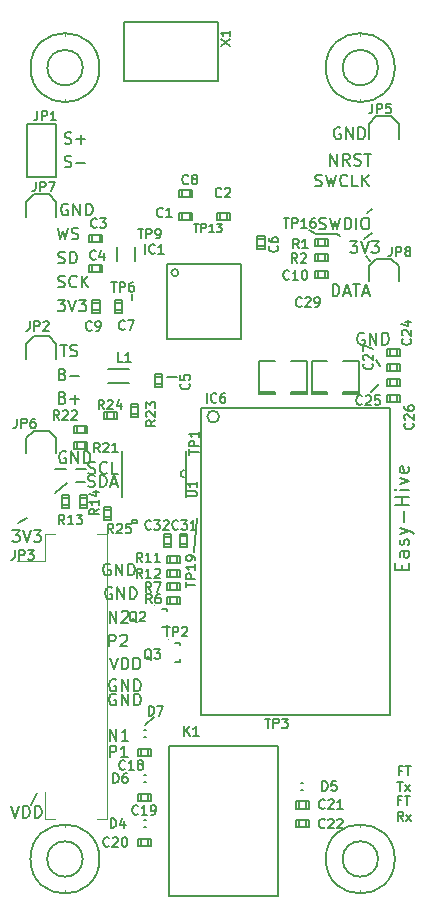
<source format=gbr>
G04 #@! TF.GenerationSoftware,KiCad,Pcbnew,5.1.8+dfsg1-1~bpo10+1*
G04 #@! TF.CreationDate,2021-02-15T21:00:24+01:00*
G04 #@! TF.ProjectId,easyhive,65617379-6869-4766-952e-6b696361645f,rev?*
G04 #@! TF.SameCoordinates,Original*
G04 #@! TF.FileFunction,Legend,Top*
G04 #@! TF.FilePolarity,Positive*
%FSLAX46Y46*%
G04 Gerber Fmt 4.6, Leading zero omitted, Abs format (unit mm)*
G04 Created by KiCad (PCBNEW 5.1.8+dfsg1-1~bpo10+1) date 2021-02-15 21:00:24*
%MOMM*%
%LPD*%
G01*
G04 APERTURE LIST*
%ADD10C,0.150000*%
%ADD11C,0.152400*%
%ADD12C,0.127000*%
%ADD13C,0.100000*%
%ADD14C,0.203200*%
%ADD15C,0.200000*%
%ADD16C,0.050800*%
%ADD17C,0.120000*%
G04 APERTURE END LIST*
D10*
X164454642Y-133517857D02*
X164187976Y-133517857D01*
X164187976Y-133936904D02*
X164187976Y-133136904D01*
X164568928Y-133136904D01*
X164759404Y-133136904D02*
X165216547Y-133136904D01*
X164987976Y-133936904D02*
X164987976Y-133136904D01*
X164645119Y-135286904D02*
X164378452Y-134905952D01*
X164187976Y-135286904D02*
X164187976Y-134486904D01*
X164492738Y-134486904D01*
X164568928Y-134525000D01*
X164607023Y-134563095D01*
X164645119Y-134639285D01*
X164645119Y-134753571D01*
X164607023Y-134829761D01*
X164568928Y-134867857D01*
X164492738Y-134905952D01*
X164187976Y-134905952D01*
X164911785Y-135286904D02*
X165330833Y-134753571D01*
X164911785Y-134753571D02*
X165330833Y-135286904D01*
X164504642Y-131017857D02*
X164237976Y-131017857D01*
X164237976Y-131436904D02*
X164237976Y-130636904D01*
X164618928Y-130636904D01*
X164809404Y-130636904D02*
X165266547Y-130636904D01*
X165037976Y-131436904D02*
X165037976Y-130636904D01*
X164123690Y-131986904D02*
X164580833Y-131986904D01*
X164352261Y-132786904D02*
X164352261Y-131986904D01*
X164771309Y-132786904D02*
X165190357Y-132253571D01*
X164771309Y-132253571D02*
X165190357Y-132786904D01*
X162300000Y-96300000D02*
X162700000Y-96800000D01*
X159050000Y-85600000D02*
X159250000Y-85750000D01*
X157250000Y-85600000D02*
X159000000Y-85600000D01*
X156700000Y-85250000D02*
X157250000Y-85600000D01*
X161450000Y-87450000D02*
X161850000Y-87850000D01*
X142800000Y-127200000D02*
X143550000Y-126500000D01*
X140309404Y-123350000D02*
X140214166Y-123302380D01*
X140071309Y-123302380D01*
X139928452Y-123350000D01*
X139833214Y-123445238D01*
X139785595Y-123540476D01*
X139737976Y-123730952D01*
X139737976Y-123873809D01*
X139785595Y-124064285D01*
X139833214Y-124159523D01*
X139928452Y-124254761D01*
X140071309Y-124302380D01*
X140166547Y-124302380D01*
X140309404Y-124254761D01*
X140357023Y-124207142D01*
X140357023Y-123873809D01*
X140166547Y-123873809D01*
X140785595Y-124302380D02*
X140785595Y-123302380D01*
X141357023Y-124302380D01*
X141357023Y-123302380D01*
X141833214Y-124302380D02*
X141833214Y-123302380D01*
X142071309Y-123302380D01*
X142214166Y-123350000D01*
X142309404Y-123445238D01*
X142357023Y-123540476D01*
X142404642Y-123730952D01*
X142404642Y-123873809D01*
X142357023Y-124064285D01*
X142309404Y-124159523D01*
X142214166Y-124254761D01*
X142071309Y-124302380D01*
X141833214Y-124302380D01*
X147200000Y-109600000D02*
X146950000Y-112550000D01*
X161900000Y-99000000D02*
X162600000Y-98300000D01*
X139959404Y-115550000D02*
X139864166Y-115502380D01*
X139721309Y-115502380D01*
X139578452Y-115550000D01*
X139483214Y-115645238D01*
X139435595Y-115740476D01*
X139387976Y-115930952D01*
X139387976Y-116073809D01*
X139435595Y-116264285D01*
X139483214Y-116359523D01*
X139578452Y-116454761D01*
X139721309Y-116502380D01*
X139816547Y-116502380D01*
X139959404Y-116454761D01*
X140007023Y-116407142D01*
X140007023Y-116073809D01*
X139816547Y-116073809D01*
X140435595Y-116502380D02*
X140435595Y-115502380D01*
X141007023Y-116502380D01*
X141007023Y-115502380D01*
X141483214Y-116502380D02*
X141483214Y-115502380D01*
X141721309Y-115502380D01*
X141864166Y-115550000D01*
X141959404Y-115645238D01*
X142007023Y-115740476D01*
X142054642Y-115930952D01*
X142054642Y-116073809D01*
X142007023Y-116264285D01*
X141959404Y-116359523D01*
X141864166Y-116454761D01*
X141721309Y-116502380D01*
X141483214Y-116502380D01*
X145500000Y-97700000D02*
X144600000Y-97700000D01*
X141700000Y-91200000D02*
X141650000Y-90650000D01*
X158664404Y-90852380D02*
X158664404Y-89852380D01*
X158902500Y-89852380D01*
X159045357Y-89900000D01*
X159140595Y-89995238D01*
X159188214Y-90090476D01*
X159235833Y-90280952D01*
X159235833Y-90423809D01*
X159188214Y-90614285D01*
X159140595Y-90709523D01*
X159045357Y-90804761D01*
X158902500Y-90852380D01*
X158664404Y-90852380D01*
X159616785Y-90566666D02*
X160092976Y-90566666D01*
X159521547Y-90852380D02*
X159854880Y-89852380D01*
X160188214Y-90852380D01*
X160378690Y-89852380D02*
X160950119Y-89852380D01*
X160664404Y-90852380D02*
X160664404Y-89852380D01*
X161235833Y-90566666D02*
X161712023Y-90566666D01*
X161140595Y-90852380D02*
X161473928Y-89852380D01*
X161807261Y-90852380D01*
X161350000Y-85981540D02*
X162000000Y-85500000D01*
X161316785Y-94000000D02*
X161221547Y-93952380D01*
X161078690Y-93952380D01*
X160935833Y-94000000D01*
X160840595Y-94095238D01*
X160792976Y-94190476D01*
X160745357Y-94380952D01*
X160745357Y-94523809D01*
X160792976Y-94714285D01*
X160840595Y-94809523D01*
X160935833Y-94904761D01*
X161078690Y-94952380D01*
X161173928Y-94952380D01*
X161316785Y-94904761D01*
X161364404Y-94857142D01*
X161364404Y-94523809D01*
X161173928Y-94523809D01*
X161792976Y-94952380D02*
X161792976Y-93952380D01*
X162364404Y-94952380D01*
X162364404Y-93952380D01*
X162840595Y-94952380D02*
X162840595Y-93952380D01*
X163078690Y-93952380D01*
X163221547Y-94000000D01*
X163316785Y-94095238D01*
X163364404Y-94190476D01*
X163412023Y-94380952D01*
X163412023Y-94523809D01*
X163364404Y-94714285D01*
X163316785Y-94809523D01*
X163221547Y-94904761D01*
X163078690Y-94952380D01*
X162840595Y-94952380D01*
X132740400Y-109601000D02*
X132029200Y-110058200D01*
X137769600Y-105511600D02*
X136961600Y-105529000D01*
X135971576Y-77908361D02*
X136114433Y-77955980D01*
X136352528Y-77955980D01*
X136447766Y-77908361D01*
X136495385Y-77860742D01*
X136543004Y-77765504D01*
X136543004Y-77670266D01*
X136495385Y-77575028D01*
X136447766Y-77527409D01*
X136352528Y-77479790D01*
X136162052Y-77432171D01*
X136066814Y-77384552D01*
X136019195Y-77336933D01*
X135971576Y-77241695D01*
X135971576Y-77146457D01*
X136019195Y-77051219D01*
X136066814Y-77003600D01*
X136162052Y-76955980D01*
X136400147Y-76955980D01*
X136543004Y-77003600D01*
X136971576Y-77575028D02*
X137733480Y-77575028D01*
X137352528Y-77955980D02*
X137352528Y-77194076D01*
X135971576Y-79908361D02*
X136114433Y-79955980D01*
X136352528Y-79955980D01*
X136447766Y-79908361D01*
X136495385Y-79860742D01*
X136543004Y-79765504D01*
X136543004Y-79670266D01*
X136495385Y-79575028D01*
X136447766Y-79527409D01*
X136352528Y-79479790D01*
X136162052Y-79432171D01*
X136066814Y-79384552D01*
X136019195Y-79336933D01*
X135971576Y-79241695D01*
X135971576Y-79146457D01*
X136019195Y-79051219D01*
X136066814Y-79003600D01*
X136162052Y-78955980D01*
X136400147Y-78955980D01*
X136543004Y-79003600D01*
X136971576Y-79575028D02*
X137733480Y-79575028D01*
X135368357Y-85050380D02*
X135606452Y-86050380D01*
X135796928Y-85336095D01*
X135987404Y-86050380D01*
X136225500Y-85050380D01*
X136558833Y-86002761D02*
X136701690Y-86050380D01*
X136939785Y-86050380D01*
X137035023Y-86002761D01*
X137082642Y-85955142D01*
X137130261Y-85859904D01*
X137130261Y-85764666D01*
X137082642Y-85669428D01*
X137035023Y-85621809D01*
X136939785Y-85574190D01*
X136749309Y-85526571D01*
X136654071Y-85478952D01*
X136606452Y-85431333D01*
X136558833Y-85336095D01*
X136558833Y-85240857D01*
X136606452Y-85145619D01*
X136654071Y-85098000D01*
X136749309Y-85050380D01*
X136987404Y-85050380D01*
X137130261Y-85098000D01*
X135415976Y-88034761D02*
X135558833Y-88082380D01*
X135796928Y-88082380D01*
X135892166Y-88034761D01*
X135939785Y-87987142D01*
X135987404Y-87891904D01*
X135987404Y-87796666D01*
X135939785Y-87701428D01*
X135892166Y-87653809D01*
X135796928Y-87606190D01*
X135606452Y-87558571D01*
X135511214Y-87510952D01*
X135463595Y-87463333D01*
X135415976Y-87368095D01*
X135415976Y-87272857D01*
X135463595Y-87177619D01*
X135511214Y-87130000D01*
X135606452Y-87082380D01*
X135844547Y-87082380D01*
X135987404Y-87130000D01*
X136415976Y-88082380D02*
X136415976Y-87082380D01*
X136654071Y-87082380D01*
X136796928Y-87130000D01*
X136892166Y-87225238D01*
X136939785Y-87320476D01*
X136987404Y-87510952D01*
X136987404Y-87653809D01*
X136939785Y-87844285D01*
X136892166Y-87939523D01*
X136796928Y-88034761D01*
X136654071Y-88082380D01*
X136415976Y-88082380D01*
X135415976Y-90066761D02*
X135558833Y-90114380D01*
X135796928Y-90114380D01*
X135892166Y-90066761D01*
X135939785Y-90019142D01*
X135987404Y-89923904D01*
X135987404Y-89828666D01*
X135939785Y-89733428D01*
X135892166Y-89685809D01*
X135796928Y-89638190D01*
X135606452Y-89590571D01*
X135511214Y-89542952D01*
X135463595Y-89495333D01*
X135415976Y-89400095D01*
X135415976Y-89304857D01*
X135463595Y-89209619D01*
X135511214Y-89162000D01*
X135606452Y-89114380D01*
X135844547Y-89114380D01*
X135987404Y-89162000D01*
X136987404Y-90019142D02*
X136939785Y-90066761D01*
X136796928Y-90114380D01*
X136701690Y-90114380D01*
X136558833Y-90066761D01*
X136463595Y-89971523D01*
X136415976Y-89876285D01*
X136368357Y-89685809D01*
X136368357Y-89542952D01*
X136415976Y-89352476D01*
X136463595Y-89257238D01*
X136558833Y-89162000D01*
X136701690Y-89114380D01*
X136796928Y-89114380D01*
X136939785Y-89162000D01*
X136987404Y-89209619D01*
X137415976Y-90114380D02*
X137415976Y-89114380D01*
X137987404Y-90114380D02*
X137558833Y-89542952D01*
X137987404Y-89114380D02*
X137415976Y-89685809D01*
X135592738Y-94952380D02*
X136164166Y-94952380D01*
X135878452Y-95952380D02*
X135878452Y-94952380D01*
X136449880Y-95904761D02*
X136592738Y-95952380D01*
X136830833Y-95952380D01*
X136926071Y-95904761D01*
X136973690Y-95857142D01*
X137021309Y-95761904D01*
X137021309Y-95666666D01*
X136973690Y-95571428D01*
X136926071Y-95523809D01*
X136830833Y-95476190D01*
X136640357Y-95428571D01*
X136545119Y-95380952D01*
X136497500Y-95333333D01*
X136449880Y-95238095D01*
X136449880Y-95142857D01*
X136497500Y-95047619D01*
X136545119Y-95000000D01*
X136640357Y-94952380D01*
X136878452Y-94952380D01*
X137021309Y-95000000D01*
X135796928Y-97464571D02*
X135939785Y-97512190D01*
X135987404Y-97559809D01*
X136035023Y-97655047D01*
X136035023Y-97797904D01*
X135987404Y-97893142D01*
X135939785Y-97940761D01*
X135844547Y-97988380D01*
X135463595Y-97988380D01*
X135463595Y-96988380D01*
X135796928Y-96988380D01*
X135892166Y-97036000D01*
X135939785Y-97083619D01*
X135987404Y-97178857D01*
X135987404Y-97274095D01*
X135939785Y-97369333D01*
X135892166Y-97416952D01*
X135796928Y-97464571D01*
X135463595Y-97464571D01*
X136463595Y-97607428D02*
X137225500Y-97607428D01*
X135796928Y-99432171D02*
X135939785Y-99479790D01*
X135987404Y-99527409D01*
X136035023Y-99622647D01*
X136035023Y-99765504D01*
X135987404Y-99860742D01*
X135939785Y-99908361D01*
X135844547Y-99955980D01*
X135463595Y-99955980D01*
X135463595Y-98955980D01*
X135796928Y-98955980D01*
X135892166Y-99003600D01*
X135939785Y-99051219D01*
X135987404Y-99146457D01*
X135987404Y-99241695D01*
X135939785Y-99336933D01*
X135892166Y-99384552D01*
X135796928Y-99432171D01*
X135463595Y-99432171D01*
X136463595Y-99575028D02*
X137225500Y-99575028D01*
X136844547Y-99955980D02*
X136844547Y-99194076D01*
X137981376Y-105840161D02*
X138124233Y-105887780D01*
X138362328Y-105887780D01*
X138457566Y-105840161D01*
X138505185Y-105792542D01*
X138552804Y-105697304D01*
X138552804Y-105602066D01*
X138505185Y-105506828D01*
X138457566Y-105459209D01*
X138362328Y-105411590D01*
X138171852Y-105363971D01*
X138076614Y-105316352D01*
X138028995Y-105268733D01*
X137981376Y-105173495D01*
X137981376Y-105078257D01*
X138028995Y-104983019D01*
X138076614Y-104935400D01*
X138171852Y-104887780D01*
X138409947Y-104887780D01*
X138552804Y-104935400D01*
X139552804Y-105792542D02*
X139505185Y-105840161D01*
X139362328Y-105887780D01*
X139267090Y-105887780D01*
X139124233Y-105840161D01*
X139028995Y-105744923D01*
X138981376Y-105649685D01*
X138933757Y-105459209D01*
X138933757Y-105316352D01*
X138981376Y-105125876D01*
X139028995Y-105030638D01*
X139124233Y-104935400D01*
X139267090Y-104887780D01*
X139362328Y-104887780D01*
X139505185Y-104935400D01*
X139552804Y-104983019D01*
X140457566Y-105887780D02*
X139981376Y-105887780D01*
X139981376Y-104887780D01*
X137955976Y-106957761D02*
X138098833Y-107005380D01*
X138336928Y-107005380D01*
X138432166Y-106957761D01*
X138479785Y-106910142D01*
X138527404Y-106814904D01*
X138527404Y-106719666D01*
X138479785Y-106624428D01*
X138432166Y-106576809D01*
X138336928Y-106529190D01*
X138146452Y-106481571D01*
X138051214Y-106433952D01*
X138003595Y-106386333D01*
X137955976Y-106291095D01*
X137955976Y-106195857D01*
X138003595Y-106100619D01*
X138051214Y-106053000D01*
X138146452Y-106005380D01*
X138384547Y-106005380D01*
X138527404Y-106053000D01*
X138955976Y-107005380D02*
X138955976Y-106005380D01*
X139194071Y-106005380D01*
X139336928Y-106053000D01*
X139432166Y-106148238D01*
X139479785Y-106243476D01*
X139527404Y-106433952D01*
X139527404Y-106576809D01*
X139479785Y-106767285D01*
X139432166Y-106862523D01*
X139336928Y-106957761D01*
X139194071Y-107005380D01*
X138955976Y-107005380D01*
X139908357Y-106719666D02*
X140384547Y-106719666D01*
X139813119Y-107005380D02*
X140146452Y-106005380D01*
X140479785Y-107005380D01*
X139735595Y-120502380D02*
X139735595Y-119502380D01*
X140116547Y-119502380D01*
X140211785Y-119550000D01*
X140259404Y-119597619D01*
X140307023Y-119692857D01*
X140307023Y-119835714D01*
X140259404Y-119930952D01*
X140211785Y-119978571D01*
X140116547Y-120026190D01*
X139735595Y-120026190D01*
X140687976Y-119597619D02*
X140735595Y-119550000D01*
X140830833Y-119502380D01*
X141068928Y-119502380D01*
X141164166Y-119550000D01*
X141211785Y-119597619D01*
X141259404Y-119692857D01*
X141259404Y-119788095D01*
X141211785Y-119930952D01*
X140640357Y-120502380D01*
X141259404Y-120502380D01*
X139785595Y-118502380D02*
X139785595Y-117502380D01*
X140357023Y-118502380D01*
X140357023Y-117502380D01*
X140785595Y-117597619D02*
X140833214Y-117550000D01*
X140928452Y-117502380D01*
X141166547Y-117502380D01*
X141261785Y-117550000D01*
X141309404Y-117597619D01*
X141357023Y-117692857D01*
X141357023Y-117788095D01*
X141309404Y-117930952D01*
X140737976Y-118502380D01*
X141357023Y-118502380D01*
X139785595Y-128502380D02*
X139785595Y-127502380D01*
X140357023Y-128502380D01*
X140357023Y-127502380D01*
X141357023Y-128502380D02*
X140785595Y-128502380D01*
X141071309Y-128502380D02*
X141071309Y-127502380D01*
X140976071Y-127645238D01*
X140880833Y-127740476D01*
X140785595Y-127788095D01*
X139785595Y-129902380D02*
X139785595Y-128902380D01*
X140166547Y-128902380D01*
X140261785Y-128950000D01*
X140309404Y-128997619D01*
X140357023Y-129092857D01*
X140357023Y-129235714D01*
X140309404Y-129330952D01*
X140261785Y-129378571D01*
X140166547Y-129426190D01*
X139785595Y-129426190D01*
X141309404Y-129902380D02*
X140737976Y-129902380D01*
X141023690Y-129902380D02*
X141023690Y-128902380D01*
X140928452Y-129045238D01*
X140833214Y-129140476D01*
X140737976Y-129188095D01*
X159316785Y-76600000D02*
X159221547Y-76552380D01*
X159078690Y-76552380D01*
X158935833Y-76600000D01*
X158840595Y-76695238D01*
X158792976Y-76790476D01*
X158745357Y-76980952D01*
X158745357Y-77123809D01*
X158792976Y-77314285D01*
X158840595Y-77409523D01*
X158935833Y-77504761D01*
X159078690Y-77552380D01*
X159173928Y-77552380D01*
X159316785Y-77504761D01*
X159364404Y-77457142D01*
X159364404Y-77123809D01*
X159173928Y-77123809D01*
X159792976Y-77552380D02*
X159792976Y-76552380D01*
X160364404Y-77552380D01*
X160364404Y-76552380D01*
X160840595Y-77552380D02*
X160840595Y-76552380D01*
X161078690Y-76552380D01*
X161221547Y-76600000D01*
X161316785Y-76695238D01*
X161364404Y-76790476D01*
X161412023Y-76980952D01*
X161412023Y-77123809D01*
X161364404Y-77314285D01*
X161316785Y-77409523D01*
X161221547Y-77504761D01*
X161078690Y-77552380D01*
X160840595Y-77552380D01*
X158478690Y-79802380D02*
X158478690Y-78802380D01*
X159050119Y-79802380D01*
X159050119Y-78802380D01*
X160097738Y-79802380D02*
X159764404Y-79326190D01*
X159526309Y-79802380D02*
X159526309Y-78802380D01*
X159907261Y-78802380D01*
X160002500Y-78850000D01*
X160050119Y-78897619D01*
X160097738Y-78992857D01*
X160097738Y-79135714D01*
X160050119Y-79230952D01*
X160002500Y-79278571D01*
X159907261Y-79326190D01*
X159526309Y-79326190D01*
X160478690Y-79754761D02*
X160621547Y-79802380D01*
X160859642Y-79802380D01*
X160954880Y-79754761D01*
X161002500Y-79707142D01*
X161050119Y-79611904D01*
X161050119Y-79516666D01*
X161002500Y-79421428D01*
X160954880Y-79373809D01*
X160859642Y-79326190D01*
X160669166Y-79278571D01*
X160573928Y-79230952D01*
X160526309Y-79183333D01*
X160478690Y-79088095D01*
X160478690Y-78992857D01*
X160526309Y-78897619D01*
X160573928Y-78850000D01*
X160669166Y-78802380D01*
X160907261Y-78802380D01*
X161050119Y-78850000D01*
X161335833Y-78802380D02*
X161907261Y-78802380D01*
X161621547Y-79802380D02*
X161621547Y-78802380D01*
X157188214Y-81504761D02*
X157331071Y-81552380D01*
X157569166Y-81552380D01*
X157664404Y-81504761D01*
X157712023Y-81457142D01*
X157759642Y-81361904D01*
X157759642Y-81266666D01*
X157712023Y-81171428D01*
X157664404Y-81123809D01*
X157569166Y-81076190D01*
X157378690Y-81028571D01*
X157283452Y-80980952D01*
X157235833Y-80933333D01*
X157188214Y-80838095D01*
X157188214Y-80742857D01*
X157235833Y-80647619D01*
X157283452Y-80600000D01*
X157378690Y-80552380D01*
X157616785Y-80552380D01*
X157759642Y-80600000D01*
X158092976Y-80552380D02*
X158331071Y-81552380D01*
X158521547Y-80838095D01*
X158712023Y-81552380D01*
X158950119Y-80552380D01*
X159902500Y-81457142D02*
X159854880Y-81504761D01*
X159712023Y-81552380D01*
X159616785Y-81552380D01*
X159473928Y-81504761D01*
X159378690Y-81409523D01*
X159331071Y-81314285D01*
X159283452Y-81123809D01*
X159283452Y-80980952D01*
X159331071Y-80790476D01*
X159378690Y-80695238D01*
X159473928Y-80600000D01*
X159616785Y-80552380D01*
X159712023Y-80552380D01*
X159854880Y-80600000D01*
X159902500Y-80647619D01*
X160807261Y-81552380D02*
X160331071Y-81552380D01*
X160331071Y-80552380D01*
X161140595Y-81552380D02*
X161140595Y-80552380D01*
X161712023Y-81552380D02*
X161283452Y-80980952D01*
X161712023Y-80552380D02*
X161140595Y-81123809D01*
X157523928Y-85154761D02*
X157666785Y-85202380D01*
X157904880Y-85202380D01*
X158000119Y-85154761D01*
X158047738Y-85107142D01*
X158095357Y-85011904D01*
X158095357Y-84916666D01*
X158047738Y-84821428D01*
X158000119Y-84773809D01*
X157904880Y-84726190D01*
X157714404Y-84678571D01*
X157619166Y-84630952D01*
X157571547Y-84583333D01*
X157523928Y-84488095D01*
X157523928Y-84392857D01*
X157571547Y-84297619D01*
X157619166Y-84250000D01*
X157714404Y-84202380D01*
X157952500Y-84202380D01*
X158095357Y-84250000D01*
X158428690Y-84202380D02*
X158666785Y-85202380D01*
X158857261Y-84488095D01*
X159047738Y-85202380D01*
X159285833Y-84202380D01*
X159666785Y-85202380D02*
X159666785Y-84202380D01*
X159904880Y-84202380D01*
X160047738Y-84250000D01*
X160142976Y-84345238D01*
X160190595Y-84440476D01*
X160238214Y-84630952D01*
X160238214Y-84773809D01*
X160190595Y-84964285D01*
X160142976Y-85059523D01*
X160047738Y-85154761D01*
X159904880Y-85202380D01*
X159666785Y-85202380D01*
X160666785Y-85202380D02*
X160666785Y-84202380D01*
X161333452Y-84202380D02*
X161523928Y-84202380D01*
X161619166Y-84250000D01*
X161714404Y-84345238D01*
X161762023Y-84535714D01*
X161762023Y-84869047D01*
X161714404Y-85059523D01*
X161619166Y-85154761D01*
X161523928Y-85202380D01*
X161333452Y-85202380D01*
X161238214Y-85154761D01*
X161142976Y-85059523D01*
X161095357Y-84869047D01*
X161095357Y-84535714D01*
X161142976Y-84345238D01*
X161238214Y-84250000D01*
X161333452Y-84202380D01*
X160133452Y-86202380D02*
X160752500Y-86202380D01*
X160419166Y-86583333D01*
X160562023Y-86583333D01*
X160657261Y-86630952D01*
X160704880Y-86678571D01*
X160752500Y-86773809D01*
X160752500Y-87011904D01*
X160704880Y-87107142D01*
X160657261Y-87154761D01*
X160562023Y-87202380D01*
X160276309Y-87202380D01*
X160181071Y-87154761D01*
X160133452Y-87107142D01*
X161038214Y-86202380D02*
X161371547Y-87202380D01*
X161704880Y-86202380D01*
X161942976Y-86202380D02*
X162562023Y-86202380D01*
X162228690Y-86583333D01*
X162371547Y-86583333D01*
X162466785Y-86630952D01*
X162514404Y-86678571D01*
X162562023Y-86773809D01*
X162562023Y-87011904D01*
X162514404Y-87107142D01*
X162466785Y-87154761D01*
X162371547Y-87202380D01*
X162085833Y-87202380D01*
X161990595Y-87154761D01*
X161942976Y-87107142D01*
X137718800Y-106553000D02*
X136917300Y-106553000D01*
X136150000Y-106650000D02*
X135183600Y-107503600D01*
X136093200Y-105511600D02*
X135183600Y-105503600D01*
X161600000Y-83800000D02*
X162001100Y-83503600D01*
X136241404Y-83066000D02*
X136146166Y-83018380D01*
X136003309Y-83018380D01*
X135860452Y-83066000D01*
X135765214Y-83161238D01*
X135717595Y-83256476D01*
X135669976Y-83446952D01*
X135669976Y-83589809D01*
X135717595Y-83780285D01*
X135765214Y-83875523D01*
X135860452Y-83970761D01*
X136003309Y-84018380D01*
X136098547Y-84018380D01*
X136241404Y-83970761D01*
X136289023Y-83923142D01*
X136289023Y-83589809D01*
X136098547Y-83589809D01*
X136717595Y-84018380D02*
X136717595Y-83018380D01*
X137289023Y-84018380D01*
X137289023Y-83018380D01*
X137765214Y-84018380D02*
X137765214Y-83018380D01*
X138003309Y-83018380D01*
X138146166Y-83066000D01*
X138241404Y-83161238D01*
X138289023Y-83256476D01*
X138336642Y-83446952D01*
X138336642Y-83589809D01*
X138289023Y-83780285D01*
X138241404Y-83875523D01*
X138146166Y-83970761D01*
X138003309Y-84018380D01*
X137765214Y-84018380D01*
X136063604Y-104046400D02*
X135968366Y-103998780D01*
X135825509Y-103998780D01*
X135682652Y-104046400D01*
X135587414Y-104141638D01*
X135539795Y-104236876D01*
X135492176Y-104427352D01*
X135492176Y-104570209D01*
X135539795Y-104760685D01*
X135587414Y-104855923D01*
X135682652Y-104951161D01*
X135825509Y-104998780D01*
X135920747Y-104998780D01*
X136063604Y-104951161D01*
X136111223Y-104903542D01*
X136111223Y-104570209D01*
X135920747Y-104570209D01*
X136539795Y-104998780D02*
X136539795Y-103998780D01*
X137111223Y-104998780D01*
X137111223Y-103998780D01*
X137587414Y-104998780D02*
X137587414Y-103998780D01*
X137825509Y-103998780D01*
X137968366Y-104046400D01*
X138063604Y-104141638D01*
X138111223Y-104236876D01*
X138158842Y-104427352D01*
X138158842Y-104570209D01*
X138111223Y-104760685D01*
X138063604Y-104855923D01*
X137968366Y-104951161D01*
X137825509Y-104998780D01*
X137587414Y-104998780D01*
X139809404Y-113550000D02*
X139714166Y-113502380D01*
X139571309Y-113502380D01*
X139428452Y-113550000D01*
X139333214Y-113645238D01*
X139285595Y-113740476D01*
X139237976Y-113930952D01*
X139237976Y-114073809D01*
X139285595Y-114264285D01*
X139333214Y-114359523D01*
X139428452Y-114454761D01*
X139571309Y-114502380D01*
X139666547Y-114502380D01*
X139809404Y-114454761D01*
X139857023Y-114407142D01*
X139857023Y-114073809D01*
X139666547Y-114073809D01*
X140285595Y-114502380D02*
X140285595Y-113502380D01*
X140857023Y-114502380D01*
X140857023Y-113502380D01*
X141333214Y-114502380D02*
X141333214Y-113502380D01*
X141571309Y-113502380D01*
X141714166Y-113550000D01*
X141809404Y-113645238D01*
X141857023Y-113740476D01*
X141904642Y-113930952D01*
X141904642Y-114073809D01*
X141857023Y-114264285D01*
X141809404Y-114359523D01*
X141714166Y-114454761D01*
X141571309Y-114502380D01*
X141333214Y-114502380D01*
X140309404Y-124550000D02*
X140214166Y-124502380D01*
X140071309Y-124502380D01*
X139928452Y-124550000D01*
X139833214Y-124645238D01*
X139785595Y-124740476D01*
X139737976Y-124930952D01*
X139737976Y-125073809D01*
X139785595Y-125264285D01*
X139833214Y-125359523D01*
X139928452Y-125454761D01*
X140071309Y-125502380D01*
X140166547Y-125502380D01*
X140309404Y-125454761D01*
X140357023Y-125407142D01*
X140357023Y-125073809D01*
X140166547Y-125073809D01*
X140785595Y-125502380D02*
X140785595Y-124502380D01*
X141357023Y-125502380D01*
X141357023Y-124502380D01*
X141833214Y-125502380D02*
X141833214Y-124502380D01*
X142071309Y-124502380D01*
X142214166Y-124550000D01*
X142309404Y-124645238D01*
X142357023Y-124740476D01*
X142404642Y-124930952D01*
X142404642Y-125073809D01*
X142357023Y-125264285D01*
X142309404Y-125359523D01*
X142214166Y-125454761D01*
X142071309Y-125502380D01*
X141833214Y-125502380D01*
X139792738Y-121452380D02*
X140126071Y-122452380D01*
X140459404Y-121452380D01*
X140792738Y-122452380D02*
X140792738Y-121452380D01*
X141030833Y-121452380D01*
X141173690Y-121500000D01*
X141268928Y-121595238D01*
X141316547Y-121690476D01*
X141364166Y-121880952D01*
X141364166Y-122023809D01*
X141316547Y-122214285D01*
X141268928Y-122309523D01*
X141173690Y-122404761D01*
X141030833Y-122452380D01*
X140792738Y-122452380D01*
X141792738Y-122452380D02*
X141792738Y-121452380D01*
X142030833Y-121452380D01*
X142173690Y-121500000D01*
X142268928Y-121595238D01*
X142316547Y-121690476D01*
X142364166Y-121880952D01*
X142364166Y-122023809D01*
X142316547Y-122214285D01*
X142268928Y-122309523D01*
X142173690Y-122404761D01*
X142030833Y-122452380D01*
X141792738Y-122452380D01*
X131442738Y-134002380D02*
X131776071Y-135002380D01*
X132109404Y-134002380D01*
X132442738Y-135002380D02*
X132442738Y-134002380D01*
X132680833Y-134002380D01*
X132823690Y-134050000D01*
X132918928Y-134145238D01*
X132966547Y-134240476D01*
X133014166Y-134430952D01*
X133014166Y-134573809D01*
X132966547Y-134764285D01*
X132918928Y-134859523D01*
X132823690Y-134954761D01*
X132680833Y-135002380D01*
X132442738Y-135002380D01*
X133442738Y-135002380D02*
X133442738Y-134002380D01*
X133680833Y-134002380D01*
X133823690Y-134050000D01*
X133918928Y-134145238D01*
X133966547Y-134240476D01*
X134014166Y-134430952D01*
X134014166Y-134573809D01*
X133966547Y-134764285D01*
X133918928Y-134859523D01*
X133823690Y-134954761D01*
X133680833Y-135002380D01*
X133442738Y-135002380D01*
X135368357Y-91146380D02*
X135987404Y-91146380D01*
X135654071Y-91527333D01*
X135796928Y-91527333D01*
X135892166Y-91574952D01*
X135939785Y-91622571D01*
X135987404Y-91717809D01*
X135987404Y-91955904D01*
X135939785Y-92051142D01*
X135892166Y-92098761D01*
X135796928Y-92146380D01*
X135511214Y-92146380D01*
X135415976Y-92098761D01*
X135368357Y-92051142D01*
X136273119Y-91146380D02*
X136606452Y-92146380D01*
X136939785Y-91146380D01*
X137177880Y-91146380D02*
X137796928Y-91146380D01*
X137463595Y-91527333D01*
X137606452Y-91527333D01*
X137701690Y-91574952D01*
X137749309Y-91622571D01*
X137796928Y-91717809D01*
X137796928Y-91955904D01*
X137749309Y-92051142D01*
X137701690Y-92098761D01*
X137606452Y-92146380D01*
X137320738Y-92146380D01*
X137225500Y-92098761D01*
X137177880Y-92051142D01*
X131540357Y-110652380D02*
X132159404Y-110652380D01*
X131826071Y-111033333D01*
X131968928Y-111033333D01*
X132064166Y-111080952D01*
X132111785Y-111128571D01*
X132159404Y-111223809D01*
X132159404Y-111461904D01*
X132111785Y-111557142D01*
X132064166Y-111604761D01*
X131968928Y-111652380D01*
X131683214Y-111652380D01*
X131587976Y-111604761D01*
X131540357Y-111557142D01*
X132445119Y-110652380D02*
X132778452Y-111652380D01*
X133111785Y-110652380D01*
X133349880Y-110652380D02*
X133968928Y-110652380D01*
X133635595Y-111033333D01*
X133778452Y-111033333D01*
X133873690Y-111080952D01*
X133921309Y-111128571D01*
X133968928Y-111223809D01*
X133968928Y-111461904D01*
X133921309Y-111557142D01*
X133873690Y-111604761D01*
X133778452Y-111652380D01*
X133492738Y-111652380D01*
X133397500Y-111604761D01*
X133349880Y-111557142D01*
X133150000Y-133950000D02*
X133635900Y-132956300D01*
X164506285Y-114043785D02*
X164506285Y-113643785D01*
X165134857Y-113472357D02*
X165134857Y-114043785D01*
X163934857Y-114043785D01*
X163934857Y-113472357D01*
X165134857Y-112443785D02*
X164506285Y-112443785D01*
X164392000Y-112500928D01*
X164334857Y-112615214D01*
X164334857Y-112843785D01*
X164392000Y-112958071D01*
X165077714Y-112443785D02*
X165134857Y-112558071D01*
X165134857Y-112843785D01*
X165077714Y-112958071D01*
X164963428Y-113015214D01*
X164849142Y-113015214D01*
X164734857Y-112958071D01*
X164677714Y-112843785D01*
X164677714Y-112558071D01*
X164620571Y-112443785D01*
X165077714Y-111929500D02*
X165134857Y-111815214D01*
X165134857Y-111586642D01*
X165077714Y-111472357D01*
X164963428Y-111415214D01*
X164906285Y-111415214D01*
X164792000Y-111472357D01*
X164734857Y-111586642D01*
X164734857Y-111758071D01*
X164677714Y-111872357D01*
X164563428Y-111929500D01*
X164506285Y-111929500D01*
X164392000Y-111872357D01*
X164334857Y-111758071D01*
X164334857Y-111586642D01*
X164392000Y-111472357D01*
X164334857Y-111015214D02*
X165134857Y-110729500D01*
X164334857Y-110443785D02*
X165134857Y-110729500D01*
X165420571Y-110843785D01*
X165477714Y-110900928D01*
X165534857Y-111015214D01*
X164677714Y-109986642D02*
X164677714Y-109072357D01*
X165134857Y-108500928D02*
X163934857Y-108500928D01*
X164506285Y-108500928D02*
X164506285Y-107815214D01*
X165134857Y-107815214D02*
X163934857Y-107815214D01*
X165134857Y-107243785D02*
X164334857Y-107243785D01*
X163934857Y-107243785D02*
X163992000Y-107300928D01*
X164049142Y-107243785D01*
X163992000Y-107186642D01*
X163934857Y-107243785D01*
X164049142Y-107243785D01*
X164334857Y-106786642D02*
X165134857Y-106500928D01*
X164334857Y-106215214D01*
X165077714Y-105300928D02*
X165134857Y-105415214D01*
X165134857Y-105643785D01*
X165077714Y-105758071D01*
X164963428Y-105815214D01*
X164506285Y-105815214D01*
X164392000Y-105758071D01*
X164334857Y-105643785D01*
X164334857Y-105415214D01*
X164392000Y-105300928D01*
X164506285Y-105243785D01*
X164620571Y-105243785D01*
X164734857Y-105815214D01*
D11*
X142090498Y-109801999D02*
X142090498Y-110055999D01*
X141709498Y-109801999D02*
X142090498Y-109801999D01*
X141709498Y-110055999D02*
X141709498Y-109801999D01*
X142090498Y-110055999D02*
X141709498Y-110055999D01*
X146204699Y-107842998D02*
X146204699Y-103949002D01*
X140845299Y-103949002D02*
X140845299Y-107842998D01*
X146077699Y-105591200D02*
G75*
G03*
X146077699Y-106200800I0J-304800D01*
G01*
D12*
X148971100Y-67637600D02*
X148971100Y-72637600D01*
X148971100Y-72637600D02*
X140971100Y-72637600D01*
X140971100Y-72637600D02*
X140971100Y-67637600D01*
X140971100Y-67637600D02*
X148971100Y-67637600D01*
D13*
X144755499Y-119922002D02*
G75*
G03*
X144755499Y-119922002I-50000J0D01*
G01*
D10*
X145339897Y-120200000D02*
X145752497Y-120200000D01*
X145339897Y-121800002D02*
X145752497Y-121800002D01*
X145752500Y-120422001D02*
X145752500Y-120200000D01*
X145752500Y-121800002D02*
X145752500Y-121578001D01*
D13*
X143600500Y-117021999D02*
G75*
G03*
X143600500Y-117021999I-50000J0D01*
G01*
D10*
X144184898Y-117299997D02*
X144597498Y-117299997D01*
X144184898Y-118899999D02*
X144597498Y-118899999D01*
X144597501Y-117521998D02*
X144597501Y-117299997D01*
X144597501Y-118899999D02*
X144597501Y-118677998D01*
D14*
X164270000Y-88328000D02*
X164270000Y-89598000D01*
X163635000Y-87693000D02*
X162365000Y-87693000D01*
X164270000Y-88328000D02*
X163635000Y-87693000D01*
X162365000Y-87693000D02*
X161730000Y-88328000D01*
X161730000Y-89598000D02*
X161730000Y-88328000D01*
X132731100Y-104138600D02*
X132731100Y-102868600D01*
X133366100Y-102233600D02*
X132731100Y-102868600D01*
X135271100Y-102868600D02*
X134636100Y-102233600D01*
X134636100Y-102233600D02*
X133366100Y-102233600D01*
X135271100Y-102868600D02*
X135271100Y-104138600D01*
X132731100Y-96138600D02*
X132731100Y-94868600D01*
X133366100Y-94233600D02*
X132731100Y-94868600D01*
X135271100Y-94868600D02*
X134636100Y-94233600D01*
X134636100Y-94233600D02*
X133366100Y-94233600D01*
X135271100Y-94868600D02*
X135271100Y-96138600D01*
X132731100Y-84138600D02*
X132731100Y-82868600D01*
X133366100Y-82233600D02*
X132731100Y-82868600D01*
X135271100Y-82868600D02*
X134636100Y-82233600D01*
X134636100Y-82233600D02*
X133366100Y-82233600D01*
X135271100Y-82868600D02*
X135271100Y-84138600D01*
X161731100Y-77538600D02*
X161731100Y-76268600D01*
X162366100Y-75633600D02*
X161731100Y-76268600D01*
X164271100Y-76268600D02*
X163636100Y-75633600D01*
X163636100Y-75633600D02*
X162366100Y-75633600D01*
X164271100Y-76268600D02*
X164271100Y-77538600D01*
D12*
X135251100Y-80753600D02*
X132751100Y-80753600D01*
X135251100Y-76253600D02*
X135251100Y-80753600D01*
X132751100Y-76253600D02*
X135251100Y-76253600D01*
X132751100Y-80753600D02*
X132751100Y-76253600D01*
X139898400Y-109778000D02*
X139298400Y-109778000D01*
X139898400Y-108678000D02*
X139298400Y-108678000D01*
X139298400Y-109778000D02*
X139298400Y-109528000D01*
X139298400Y-109528000D02*
X139298400Y-108928000D01*
X139298400Y-108928000D02*
X139298400Y-108678000D01*
X139898400Y-109778000D02*
X139898400Y-109528000D01*
X139898400Y-109528000D02*
X139898400Y-108928000D01*
X139898400Y-108928000D02*
X139898400Y-108678000D01*
X139898400Y-109528000D02*
X139298400Y-109528000D01*
X139898400Y-108928000D02*
X139298400Y-108928000D01*
X139277000Y-101290400D02*
X139277000Y-100690400D01*
X140377000Y-101290400D02*
X140377000Y-100690400D01*
X139277000Y-100690400D02*
X139527000Y-100690400D01*
X139527000Y-100690400D02*
X140127000Y-100690400D01*
X140127000Y-100690400D02*
X140377000Y-100690400D01*
X139277000Y-101290400D02*
X139527000Y-101290400D01*
X139527000Y-101290400D02*
X140127000Y-101290400D01*
X140127000Y-101290400D02*
X140377000Y-101290400D01*
X139527000Y-101290400D02*
X139527000Y-100690400D01*
X140127000Y-101290400D02*
X140127000Y-100690400D01*
X141584400Y-100016600D02*
X142184400Y-100016600D01*
X141584400Y-101116600D02*
X142184400Y-101116600D01*
X142184400Y-100016600D02*
X142184400Y-100266600D01*
X142184400Y-100266600D02*
X142184400Y-100866600D01*
X142184400Y-100866600D02*
X142184400Y-101116600D01*
X141584400Y-100016600D02*
X141584400Y-100266600D01*
X141584400Y-100266600D02*
X141584400Y-100866600D01*
X141584400Y-100866600D02*
X141584400Y-101116600D01*
X141584400Y-100266600D02*
X142184400Y-100266600D01*
X141584400Y-100866600D02*
X142184400Y-100866600D01*
X136803400Y-102475200D02*
X136803400Y-101875200D01*
X137903400Y-102475200D02*
X137903400Y-101875200D01*
X136803400Y-101875200D02*
X137053400Y-101875200D01*
X137053400Y-101875200D02*
X137653400Y-101875200D01*
X137653400Y-101875200D02*
X137903400Y-101875200D01*
X136803400Y-102475200D02*
X137053400Y-102475200D01*
X137053400Y-102475200D02*
X137653400Y-102475200D01*
X137653400Y-102475200D02*
X137903400Y-102475200D01*
X137053400Y-102475200D02*
X137053400Y-101875200D01*
X137653400Y-102475200D02*
X137653400Y-101875200D01*
X136803400Y-103775200D02*
X136803400Y-103175200D01*
X137903400Y-103775200D02*
X137903400Y-103175200D01*
X136803400Y-103175200D02*
X137053400Y-103175200D01*
X137053400Y-103175200D02*
X137653400Y-103175200D01*
X137653400Y-103175200D02*
X137903400Y-103175200D01*
X136803400Y-103775200D02*
X137053400Y-103775200D01*
X137053400Y-103775200D02*
X137653400Y-103775200D01*
X137653400Y-103775200D02*
X137903400Y-103775200D01*
X137053400Y-103775200D02*
X137053400Y-103175200D01*
X137653400Y-103775200D02*
X137653400Y-103175200D01*
X137241000Y-107654000D02*
X137841000Y-107654000D01*
X137241000Y-108754000D02*
X137841000Y-108754000D01*
X137841000Y-107654000D02*
X137841000Y-107904000D01*
X137841000Y-107904000D02*
X137841000Y-108504000D01*
X137841000Y-108504000D02*
X137841000Y-108754000D01*
X137241000Y-107654000D02*
X137241000Y-107904000D01*
X137241000Y-107904000D02*
X137241000Y-108504000D01*
X137241000Y-108504000D02*
X137241000Y-108754000D01*
X137241000Y-107904000D02*
X137841000Y-107904000D01*
X137241000Y-108504000D02*
X137841000Y-108504000D01*
X135742400Y-107662000D02*
X136342400Y-107662000D01*
X135742400Y-108762000D02*
X136342400Y-108762000D01*
X136342400Y-107662000D02*
X136342400Y-107912000D01*
X136342400Y-107912000D02*
X136342400Y-108512000D01*
X136342400Y-108512000D02*
X136342400Y-108762000D01*
X135742400Y-107662000D02*
X135742400Y-107912000D01*
X135742400Y-107912000D02*
X135742400Y-108512000D01*
X135742400Y-108512000D02*
X135742400Y-108762000D01*
X135742400Y-107912000D02*
X136342400Y-107912000D01*
X135742400Y-108512000D02*
X136342400Y-108512000D01*
X145700000Y-114000000D02*
X145700000Y-114600000D01*
X144600000Y-114000000D02*
X144600000Y-114600000D01*
X145700000Y-114600000D02*
X145450000Y-114600000D01*
X145450000Y-114600000D02*
X144850000Y-114600000D01*
X144850000Y-114600000D02*
X144600000Y-114600000D01*
X145700000Y-114000000D02*
X145450000Y-114000000D01*
X145450000Y-114000000D02*
X144850000Y-114000000D01*
X144850000Y-114000000D02*
X144600000Y-114000000D01*
X145450000Y-114000000D02*
X145450000Y-114600000D01*
X144850000Y-114000000D02*
X144850000Y-114600000D01*
X145725000Y-112875000D02*
X145725000Y-113475000D01*
X144625000Y-112875000D02*
X144625000Y-113475000D01*
X145725000Y-113475000D02*
X145475000Y-113475000D01*
X145475000Y-113475000D02*
X144875000Y-113475000D01*
X144875000Y-113475000D02*
X144625000Y-113475000D01*
X145725000Y-112875000D02*
X145475000Y-112875000D01*
X145475000Y-112875000D02*
X144875000Y-112875000D01*
X144875000Y-112875000D02*
X144625000Y-112875000D01*
X145475000Y-112875000D02*
X145475000Y-113475000D01*
X144875000Y-112875000D02*
X144875000Y-113475000D01*
X157150000Y-87870000D02*
X157150000Y-87270000D01*
X158250000Y-87870000D02*
X158250000Y-87270000D01*
X157150000Y-87270000D02*
X157400000Y-87270000D01*
X157400000Y-87270000D02*
X158000000Y-87270000D01*
X158000000Y-87270000D02*
X158250000Y-87270000D01*
X157150000Y-87870000D02*
X157400000Y-87870000D01*
X157400000Y-87870000D02*
X158000000Y-87870000D01*
X158000000Y-87870000D02*
X158250000Y-87870000D01*
X157400000Y-87870000D02*
X157400000Y-87270000D01*
X158000000Y-87870000D02*
X158000000Y-87270000D01*
X158250000Y-85990000D02*
X158250000Y-86590000D01*
X157150000Y-85990000D02*
X157150000Y-86590000D01*
X158250000Y-86590000D02*
X158000000Y-86590000D01*
X158000000Y-86590000D02*
X157400000Y-86590000D01*
X157400000Y-86590000D02*
X157150000Y-86590000D01*
X158250000Y-85990000D02*
X158000000Y-85990000D01*
X158000000Y-85990000D02*
X157400000Y-85990000D01*
X157400000Y-85990000D02*
X157150000Y-85990000D01*
X158000000Y-85990000D02*
X158000000Y-86590000D01*
X157400000Y-85990000D02*
X157400000Y-86590000D01*
X141911100Y-86658600D02*
X141911100Y-87858600D01*
X140411100Y-86658600D02*
X140411100Y-87858600D01*
D14*
X139650000Y-98200000D02*
X141450000Y-98200000D01*
X141450000Y-97000000D02*
X139650000Y-97000000D01*
D12*
X144766100Y-128958600D02*
X154066100Y-128958600D01*
X154066100Y-128958600D02*
X154066100Y-141668600D01*
X154066100Y-141668600D02*
X144766100Y-141668600D01*
X144766100Y-141668600D02*
X144766100Y-128958600D01*
X155157400Y-98937600D02*
X156457400Y-98937600D01*
X156457400Y-98937600D02*
X156457400Y-96337600D01*
X152457400Y-96337600D02*
X152457400Y-98937600D01*
X152457400Y-98937600D02*
X153757400Y-98937600D01*
X155157400Y-96337600D02*
X156457400Y-96337600D01*
X152457400Y-96337600D02*
X153757400Y-96337600D01*
X155157400Y-99037600D02*
X156457400Y-99037600D01*
X152457400Y-99037600D02*
X153757400Y-99037600D01*
X155157400Y-99137600D02*
X156457400Y-99137600D01*
X152457400Y-99137600D02*
X153757400Y-99137600D01*
X156457400Y-99137600D02*
X156457400Y-98937600D01*
X155157400Y-99137600D02*
X155157400Y-98937600D01*
X153757400Y-99137600D02*
X153757400Y-98937600D01*
X152457400Y-99137600D02*
X152457400Y-98937600D01*
X159575000Y-98950000D02*
X160875000Y-98950000D01*
X160875000Y-98950000D02*
X160875000Y-96350000D01*
X156875000Y-96350000D02*
X156875000Y-98950000D01*
X156875000Y-98950000D02*
X158175000Y-98950000D01*
X159575000Y-96350000D02*
X160875000Y-96350000D01*
X156875000Y-96350000D02*
X158175000Y-96350000D01*
X159575000Y-99050000D02*
X160875000Y-99050000D01*
X156875000Y-99050000D02*
X158175000Y-99050000D01*
X159575000Y-99150000D02*
X160875000Y-99150000D01*
X156875000Y-99150000D02*
X158175000Y-99150000D01*
X160875000Y-99150000D02*
X160875000Y-98950000D01*
X159575000Y-99150000D02*
X159575000Y-98950000D01*
X158175000Y-99150000D02*
X158175000Y-98950000D01*
X156875000Y-99150000D02*
X156875000Y-98950000D01*
D15*
X149050000Y-101050000D02*
G75*
G03*
X149050000Y-101050000I-500000J0D01*
G01*
D12*
X147550000Y-126300000D02*
X147550000Y-100300000D01*
X163550000Y-126300000D02*
X147550000Y-126300000D01*
X163550000Y-100300000D02*
X163550000Y-126300000D01*
X147550000Y-100300000D02*
X163550000Y-100300000D01*
X150896100Y-88168600D02*
X150896100Y-94468600D01*
X150896100Y-94468600D02*
X144596100Y-94468600D01*
X144596100Y-94468600D02*
X144596100Y-88168600D01*
X144596100Y-88168600D02*
X150896100Y-88168600D01*
X145596100Y-88868600D02*
G75*
G03*
X145596100Y-88868600I-300000J0D01*
G01*
D16*
X161001100Y-135582600D02*
X161001100Y-135836600D01*
X161001100Y-141170600D02*
X161001100Y-141424600D01*
D11*
X163922100Y-138503600D02*
G75*
G03*
X163922100Y-138503600I-2921000J0D01*
G01*
D14*
X162501100Y-138503600D02*
G75*
G03*
X162501100Y-138503600I-1500000J0D01*
G01*
D16*
X161001100Y-68582600D02*
X161001100Y-68836600D01*
X161001100Y-74170600D02*
X161001100Y-74424600D01*
D11*
X163922100Y-71503600D02*
G75*
G03*
X163922100Y-71503600I-2921000J0D01*
G01*
D14*
X162501100Y-71503600D02*
G75*
G03*
X162501100Y-71503600I-1500000J0D01*
G01*
D16*
X136001100Y-68582600D02*
X136001100Y-68836600D01*
X136001100Y-74170600D02*
X136001100Y-74424600D01*
D11*
X138922100Y-71503600D02*
G75*
G03*
X138922100Y-71503600I-2921000J0D01*
G01*
D14*
X137501100Y-71503600D02*
G75*
G03*
X137501100Y-71503600I-1500000J0D01*
G01*
D16*
X135991600Y-135585200D02*
X135991600Y-135839200D01*
X135991600Y-141173200D02*
X135991600Y-141427200D01*
D11*
X138912600Y-138506200D02*
G75*
G03*
X138912600Y-138506200I-2921000J0D01*
G01*
D14*
X137491600Y-138506200D02*
G75*
G03*
X137491600Y-138506200I-1500000J0D01*
G01*
D12*
X142848600Y-128198600D02*
X142648600Y-128198600D01*
X142848600Y-127598600D02*
X142648600Y-127598600D01*
X142848600Y-132008600D02*
X142648600Y-132008600D01*
X142848600Y-131408600D02*
X142648600Y-131408600D01*
X155983600Y-132043600D02*
X156183600Y-132043600D01*
X155983600Y-132643600D02*
X156183600Y-132643600D01*
X142848600Y-135818600D02*
X142648600Y-135818600D01*
X142848600Y-135218600D02*
X142648600Y-135218600D01*
X145000000Y-112100000D02*
X144400000Y-112100000D01*
X145000000Y-111000000D02*
X144400000Y-111000000D01*
X144400000Y-112100000D02*
X144400000Y-111850000D01*
X144400000Y-111850000D02*
X144400000Y-111250000D01*
X144400000Y-111250000D02*
X144400000Y-111000000D01*
X145000000Y-112100000D02*
X145000000Y-111850000D01*
X145000000Y-111850000D02*
X145000000Y-111250000D01*
X145000000Y-111250000D02*
X145000000Y-111000000D01*
X145000000Y-111850000D02*
X144400000Y-111850000D01*
X145000000Y-111250000D02*
X144400000Y-111250000D01*
X146300000Y-112050000D02*
X145700000Y-112050000D01*
X146300000Y-110950000D02*
X145700000Y-110950000D01*
X145700000Y-112050000D02*
X145700000Y-111800000D01*
X145700000Y-111800000D02*
X145700000Y-111200000D01*
X145700000Y-111200000D02*
X145700000Y-110950000D01*
X146300000Y-112050000D02*
X146300000Y-111800000D01*
X146300000Y-111800000D02*
X146300000Y-111200000D01*
X146300000Y-111200000D02*
X146300000Y-110950000D01*
X146300000Y-111800000D02*
X145700000Y-111800000D01*
X146300000Y-111200000D02*
X145700000Y-111200000D01*
X163250000Y-97200000D02*
X163250000Y-96600000D01*
X164350000Y-97200000D02*
X164350000Y-96600000D01*
X163250000Y-96600000D02*
X163500000Y-96600000D01*
X163500000Y-96600000D02*
X164100000Y-96600000D01*
X164100000Y-96600000D02*
X164350000Y-96600000D01*
X163250000Y-97200000D02*
X163500000Y-97200000D01*
X163500000Y-97200000D02*
X164100000Y-97200000D01*
X164100000Y-97200000D02*
X164350000Y-97200000D01*
X163500000Y-97200000D02*
X163500000Y-96600000D01*
X164100000Y-97200000D02*
X164100000Y-96600000D01*
X163250000Y-99800000D02*
X163250000Y-99200000D01*
X164350000Y-99800000D02*
X164350000Y-99200000D01*
X163250000Y-99200000D02*
X163500000Y-99200000D01*
X163500000Y-99200000D02*
X164100000Y-99200000D01*
X164100000Y-99200000D02*
X164350000Y-99200000D01*
X163250000Y-99800000D02*
X163500000Y-99800000D01*
X163500000Y-99800000D02*
X164100000Y-99800000D01*
X164100000Y-99800000D02*
X164350000Y-99800000D01*
X163500000Y-99800000D02*
X163500000Y-99200000D01*
X164100000Y-99800000D02*
X164100000Y-99200000D01*
X163250000Y-98500000D02*
X163250000Y-97900000D01*
X164350000Y-98500000D02*
X164350000Y-97900000D01*
X163250000Y-97900000D02*
X163500000Y-97900000D01*
X163500000Y-97900000D02*
X164100000Y-97900000D01*
X164100000Y-97900000D02*
X164350000Y-97900000D01*
X163250000Y-98500000D02*
X163500000Y-98500000D01*
X163500000Y-98500000D02*
X164100000Y-98500000D01*
X164100000Y-98500000D02*
X164350000Y-98500000D01*
X163500000Y-98500000D02*
X163500000Y-97900000D01*
X164100000Y-98500000D02*
X164100000Y-97900000D01*
X163250000Y-95900000D02*
X163250000Y-95300000D01*
X164350000Y-95900000D02*
X164350000Y-95300000D01*
X163250000Y-95300000D02*
X163500000Y-95300000D01*
X163500000Y-95300000D02*
X164100000Y-95300000D01*
X164100000Y-95300000D02*
X164350000Y-95300000D01*
X163250000Y-95900000D02*
X163500000Y-95900000D01*
X163500000Y-95900000D02*
X164100000Y-95900000D01*
X164100000Y-95900000D02*
X164350000Y-95900000D01*
X163500000Y-95900000D02*
X163500000Y-95300000D01*
X164100000Y-95900000D02*
X164100000Y-95300000D01*
X155533600Y-135818600D02*
X155533600Y-135218600D01*
X156633600Y-135818600D02*
X156633600Y-135218600D01*
X155533600Y-135218600D02*
X155783600Y-135218600D01*
X155783600Y-135218600D02*
X156383600Y-135218600D01*
X156383600Y-135218600D02*
X156633600Y-135218600D01*
X155533600Y-135818600D02*
X155783600Y-135818600D01*
X155783600Y-135818600D02*
X156383600Y-135818600D01*
X156383600Y-135818600D02*
X156633600Y-135818600D01*
X155783600Y-135818600D02*
X155783600Y-135218600D01*
X156383600Y-135818600D02*
X156383600Y-135218600D01*
X155533600Y-134231100D02*
X155533600Y-133631100D01*
X156633600Y-134231100D02*
X156633600Y-133631100D01*
X155533600Y-133631100D02*
X155783600Y-133631100D01*
X155783600Y-133631100D02*
X156383600Y-133631100D01*
X156383600Y-133631100D02*
X156633600Y-133631100D01*
X155533600Y-134231100D02*
X155783600Y-134231100D01*
X155783600Y-134231100D02*
X156383600Y-134231100D01*
X156383600Y-134231100D02*
X156633600Y-134231100D01*
X155783600Y-134231100D02*
X155783600Y-133631100D01*
X156383600Y-134231100D02*
X156383600Y-133631100D01*
X143298600Y-136806100D02*
X143298600Y-137406100D01*
X142198600Y-136806100D02*
X142198600Y-137406100D01*
X143298600Y-137406100D02*
X143048600Y-137406100D01*
X143048600Y-137406100D02*
X142448600Y-137406100D01*
X142448600Y-137406100D02*
X142198600Y-137406100D01*
X143298600Y-136806100D02*
X143048600Y-136806100D01*
X143048600Y-136806100D02*
X142448600Y-136806100D01*
X142448600Y-136806100D02*
X142198600Y-136806100D01*
X143048600Y-136806100D02*
X143048600Y-137406100D01*
X142448600Y-136806100D02*
X142448600Y-137406100D01*
X143298600Y-132996100D02*
X143298600Y-133596100D01*
X142198600Y-132996100D02*
X142198600Y-133596100D01*
X143298600Y-133596100D02*
X143048600Y-133596100D01*
X143048600Y-133596100D02*
X142448600Y-133596100D01*
X142448600Y-133596100D02*
X142198600Y-133596100D01*
X143298600Y-132996100D02*
X143048600Y-132996100D01*
X143048600Y-132996100D02*
X142448600Y-132996100D01*
X142448600Y-132996100D02*
X142198600Y-132996100D01*
X143048600Y-132996100D02*
X143048600Y-133596100D01*
X142448600Y-132996100D02*
X142448600Y-133596100D01*
X143298600Y-129186100D02*
X143298600Y-129786100D01*
X142198600Y-129186100D02*
X142198600Y-129786100D01*
X143298600Y-129786100D02*
X143048600Y-129786100D01*
X143048600Y-129786100D02*
X142448600Y-129786100D01*
X142448600Y-129786100D02*
X142198600Y-129786100D01*
X143298600Y-129186100D02*
X143048600Y-129186100D01*
X143048600Y-129186100D02*
X142448600Y-129186100D01*
X142448600Y-129186100D02*
X142198600Y-129186100D01*
X143048600Y-129186100D02*
X143048600Y-129786100D01*
X142448600Y-129186100D02*
X142448600Y-129786100D01*
X158240000Y-88730000D02*
X158240000Y-89330000D01*
X157140000Y-88730000D02*
X157140000Y-89330000D01*
X158240000Y-89330000D02*
X157990000Y-89330000D01*
X157990000Y-89330000D02*
X157390000Y-89330000D01*
X157390000Y-89330000D02*
X157140000Y-89330000D01*
X158240000Y-88730000D02*
X157990000Y-88730000D01*
X157990000Y-88730000D02*
X157390000Y-88730000D01*
X157390000Y-88730000D02*
X157140000Y-88730000D01*
X157990000Y-88730000D02*
X157990000Y-89330000D01*
X157390000Y-88730000D02*
X157390000Y-89330000D01*
X138321100Y-91153600D02*
X138921100Y-91153600D01*
X138321100Y-92253600D02*
X138921100Y-92253600D01*
X138921100Y-91153600D02*
X138921100Y-91403600D01*
X138921100Y-91403600D02*
X138921100Y-92003600D01*
X138921100Y-92003600D02*
X138921100Y-92253600D01*
X138321100Y-91153600D02*
X138321100Y-91403600D01*
X138321100Y-91403600D02*
X138321100Y-92003600D01*
X138321100Y-92003600D02*
X138321100Y-92253600D01*
X138321100Y-91403600D02*
X138921100Y-91403600D01*
X138321100Y-92003600D02*
X138921100Y-92003600D01*
X146791100Y-81878600D02*
X146791100Y-82478600D01*
X145691100Y-81878600D02*
X145691100Y-82478600D01*
X146791100Y-82478600D02*
X146541100Y-82478600D01*
X146541100Y-82478600D02*
X145941100Y-82478600D01*
X145941100Y-82478600D02*
X145691100Y-82478600D01*
X146791100Y-81878600D02*
X146541100Y-81878600D01*
X146541100Y-81878600D02*
X145941100Y-81878600D01*
X145941100Y-81878600D02*
X145691100Y-81878600D01*
X146541100Y-81878600D02*
X146541100Y-82478600D01*
X145941100Y-81878600D02*
X145941100Y-82478600D01*
X140226100Y-91153600D02*
X140826100Y-91153600D01*
X140226100Y-92253600D02*
X140826100Y-92253600D01*
X140826100Y-91153600D02*
X140826100Y-91403600D01*
X140826100Y-91403600D02*
X140826100Y-92003600D01*
X140826100Y-92003600D02*
X140826100Y-92253600D01*
X140226100Y-91153600D02*
X140226100Y-91403600D01*
X140226100Y-91403600D02*
X140226100Y-92003600D01*
X140226100Y-92003600D02*
X140226100Y-92253600D01*
X140226100Y-91403600D02*
X140826100Y-91403600D01*
X140226100Y-92003600D02*
X140826100Y-92003600D01*
X152891100Y-86856100D02*
X152291100Y-86856100D01*
X152891100Y-85756100D02*
X152291100Y-85756100D01*
X152291100Y-86856100D02*
X152291100Y-86606100D01*
X152291100Y-86606100D02*
X152291100Y-86006100D01*
X152291100Y-86006100D02*
X152291100Y-85756100D01*
X152891100Y-86856100D02*
X152891100Y-86606100D01*
X152891100Y-86606100D02*
X152891100Y-86006100D01*
X152891100Y-86006100D02*
X152891100Y-85756100D01*
X152891100Y-86606100D02*
X152291100Y-86606100D01*
X152891100Y-86006100D02*
X152291100Y-86006100D01*
X143625000Y-97475000D02*
X144225000Y-97475000D01*
X143625000Y-98575000D02*
X144225000Y-98575000D01*
X144225000Y-97475000D02*
X144225000Y-97725000D01*
X144225000Y-97725000D02*
X144225000Y-98325000D01*
X144225000Y-98325000D02*
X144225000Y-98575000D01*
X143625000Y-97475000D02*
X143625000Y-97725000D01*
X143625000Y-97725000D02*
X143625000Y-98325000D01*
X143625000Y-98325000D02*
X143625000Y-98575000D01*
X143625000Y-97725000D02*
X144225000Y-97725000D01*
X143625000Y-98325000D02*
X144225000Y-98325000D01*
X139171100Y-88228600D02*
X139171100Y-88828600D01*
X138071100Y-88228600D02*
X138071100Y-88828600D01*
X139171100Y-88828600D02*
X138921100Y-88828600D01*
X138921100Y-88828600D02*
X138321100Y-88828600D01*
X138321100Y-88828600D02*
X138071100Y-88828600D01*
X139171100Y-88228600D02*
X138921100Y-88228600D01*
X138921100Y-88228600D02*
X138321100Y-88228600D01*
X138321100Y-88228600D02*
X138071100Y-88228600D01*
X138921100Y-88228600D02*
X138921100Y-88828600D01*
X138321100Y-88228600D02*
X138321100Y-88828600D01*
X139171100Y-85688600D02*
X139171100Y-86288600D01*
X138071100Y-85688600D02*
X138071100Y-86288600D01*
X139171100Y-86288600D02*
X138921100Y-86288600D01*
X138921100Y-86288600D02*
X138321100Y-86288600D01*
X138321100Y-86288600D02*
X138071100Y-86288600D01*
X139171100Y-85688600D02*
X138921100Y-85688600D01*
X138921100Y-85688600D02*
X138321100Y-85688600D01*
X138321100Y-85688600D02*
X138071100Y-85688600D01*
X138921100Y-85688600D02*
X138921100Y-86288600D01*
X138321100Y-85688600D02*
X138321100Y-86288600D01*
X148866100Y-84383600D02*
X148866100Y-83783600D01*
X149966100Y-84383600D02*
X149966100Y-83783600D01*
X148866100Y-83783600D02*
X149116100Y-83783600D01*
X149116100Y-83783600D02*
X149716100Y-83783600D01*
X149716100Y-83783600D02*
X149966100Y-83783600D01*
X148866100Y-84383600D02*
X149116100Y-84383600D01*
X149116100Y-84383600D02*
X149716100Y-84383600D01*
X149716100Y-84383600D02*
X149966100Y-84383600D01*
X149116100Y-84383600D02*
X149116100Y-83783600D01*
X149716100Y-84383600D02*
X149716100Y-83783600D01*
X146791100Y-83783600D02*
X146791100Y-84383600D01*
X145691100Y-83783600D02*
X145691100Y-84383600D01*
X146791100Y-84383600D02*
X146541100Y-84383600D01*
X146541100Y-84383600D02*
X145941100Y-84383600D01*
X145941100Y-84383600D02*
X145691100Y-84383600D01*
X146791100Y-83783600D02*
X146541100Y-83783600D01*
X146541100Y-83783600D02*
X145941100Y-83783600D01*
X145941100Y-83783600D02*
X145691100Y-83783600D01*
X146541100Y-83783600D02*
X146541100Y-84383600D01*
X145941100Y-83783600D02*
X145941100Y-84383600D01*
D17*
X135160800Y-110958400D02*
X134310800Y-110958400D01*
X134310800Y-110958400D02*
X134310800Y-113283400D01*
X134310800Y-113283400D02*
X131920800Y-113283400D01*
X135160800Y-135128400D02*
X134310800Y-135128400D01*
X134310800Y-135128400D02*
X134310800Y-132803400D01*
X138680800Y-110958400D02*
X139530800Y-110958400D01*
X139530800Y-110958400D02*
X139530800Y-135128400D01*
X139530800Y-135128400D02*
X138680800Y-135128400D01*
D12*
X144600000Y-116900000D02*
X144600000Y-116300000D01*
X145700000Y-116900000D02*
X145700000Y-116300000D01*
X144600000Y-116300000D02*
X144850000Y-116300000D01*
X144850000Y-116300000D02*
X145450000Y-116300000D01*
X145450000Y-116300000D02*
X145700000Y-116300000D01*
X144600000Y-116900000D02*
X144850000Y-116900000D01*
X144850000Y-116900000D02*
X145450000Y-116900000D01*
X145450000Y-116900000D02*
X145700000Y-116900000D01*
X144850000Y-116900000D02*
X144850000Y-116300000D01*
X145450000Y-116900000D02*
X145450000Y-116300000D01*
X145450000Y-115750000D02*
X145450000Y-115150000D01*
X144850000Y-115750000D02*
X144850000Y-115150000D01*
X145450000Y-115750000D02*
X145700000Y-115750000D01*
X144850000Y-115750000D02*
X145450000Y-115750000D01*
X144600000Y-115750000D02*
X144850000Y-115750000D01*
X145450000Y-115150000D02*
X145700000Y-115150000D01*
X144850000Y-115150000D02*
X145450000Y-115150000D01*
X144600000Y-115150000D02*
X144850000Y-115150000D01*
X145700000Y-115750000D02*
X145700000Y-115150000D01*
X144600000Y-115750000D02*
X144600000Y-115150000D01*
D10*
X146361904Y-107809523D02*
X147009523Y-107809523D01*
X147085714Y-107771428D01*
X147123809Y-107733333D01*
X147161904Y-107657142D01*
X147161904Y-107504761D01*
X147123809Y-107428571D01*
X147085714Y-107390476D01*
X147009523Y-107352380D01*
X146361904Y-107352380D01*
X147161904Y-106552380D02*
X147161904Y-107009523D01*
X147161904Y-106780952D02*
X146361904Y-106780952D01*
X146476190Y-106857142D01*
X146552380Y-106933333D01*
X146590476Y-107009523D01*
X149186904Y-69638214D02*
X149986904Y-69104880D01*
X149186904Y-69104880D02*
X149986904Y-69638214D01*
X149986904Y-68381071D02*
X149986904Y-68838214D01*
X149986904Y-68609642D02*
X149186904Y-68609642D01*
X149301190Y-68685833D01*
X149377380Y-68762023D01*
X149415476Y-68838214D01*
X143321309Y-121638095D02*
X143245119Y-121600000D01*
X143168928Y-121523809D01*
X143054642Y-121409523D01*
X142978452Y-121371428D01*
X142902261Y-121371428D01*
X142940357Y-121561904D02*
X142864166Y-121523809D01*
X142787976Y-121447619D01*
X142749880Y-121295238D01*
X142749880Y-121028571D01*
X142787976Y-120876190D01*
X142864166Y-120800000D01*
X142940357Y-120761904D01*
X143092738Y-120761904D01*
X143168928Y-120800000D01*
X143245119Y-120876190D01*
X143283214Y-121028571D01*
X143283214Y-121295238D01*
X143245119Y-121447619D01*
X143168928Y-121523809D01*
X143092738Y-121561904D01*
X142940357Y-121561904D01*
X143549880Y-120761904D02*
X144045119Y-120761904D01*
X143778452Y-121066666D01*
X143892738Y-121066666D01*
X143968928Y-121104761D01*
X144007023Y-121142857D01*
X144045119Y-121219047D01*
X144045119Y-121409523D01*
X144007023Y-121485714D01*
X143968928Y-121523809D01*
X143892738Y-121561904D01*
X143664166Y-121561904D01*
X143587976Y-121523809D01*
X143549880Y-121485714D01*
X142071309Y-118438095D02*
X141995119Y-118400000D01*
X141918928Y-118323809D01*
X141804642Y-118209523D01*
X141728452Y-118171428D01*
X141652261Y-118171428D01*
X141690357Y-118361904D02*
X141614166Y-118323809D01*
X141537976Y-118247619D01*
X141499880Y-118095238D01*
X141499880Y-117828571D01*
X141537976Y-117676190D01*
X141614166Y-117600000D01*
X141690357Y-117561904D01*
X141842738Y-117561904D01*
X141918928Y-117600000D01*
X141995119Y-117676190D01*
X142033214Y-117828571D01*
X142033214Y-118095238D01*
X141995119Y-118247619D01*
X141918928Y-118323809D01*
X141842738Y-118361904D01*
X141690357Y-118361904D01*
X142337976Y-117638095D02*
X142376071Y-117600000D01*
X142452261Y-117561904D01*
X142642738Y-117561904D01*
X142718928Y-117600000D01*
X142757023Y-117638095D01*
X142795119Y-117714285D01*
X142795119Y-117790476D01*
X142757023Y-117904761D01*
X142299880Y-118361904D01*
X142795119Y-118361904D01*
X163650119Y-86661904D02*
X163650119Y-87233333D01*
X163612023Y-87347619D01*
X163535833Y-87423809D01*
X163421547Y-87461904D01*
X163345357Y-87461904D01*
X164031071Y-87461904D02*
X164031071Y-86661904D01*
X164335833Y-86661904D01*
X164412023Y-86700000D01*
X164450119Y-86738095D01*
X164488214Y-86814285D01*
X164488214Y-86928571D01*
X164450119Y-87004761D01*
X164412023Y-87042857D01*
X164335833Y-87080952D01*
X164031071Y-87080952D01*
X164945357Y-87004761D02*
X164869166Y-86966666D01*
X164831071Y-86928571D01*
X164792976Y-86852380D01*
X164792976Y-86814285D01*
X164831071Y-86738095D01*
X164869166Y-86700000D01*
X164945357Y-86661904D01*
X165097738Y-86661904D01*
X165173928Y-86700000D01*
X165212023Y-86738095D01*
X165250119Y-86814285D01*
X165250119Y-86852380D01*
X165212023Y-86928571D01*
X165173928Y-86966666D01*
X165097738Y-87004761D01*
X164945357Y-87004761D01*
X164869166Y-87042857D01*
X164831071Y-87080952D01*
X164792976Y-87157142D01*
X164792976Y-87309523D01*
X164831071Y-87385714D01*
X164869166Y-87423809D01*
X164945357Y-87461904D01*
X165097738Y-87461904D01*
X165173928Y-87423809D01*
X165212023Y-87385714D01*
X165250119Y-87309523D01*
X165250119Y-87157142D01*
X165212023Y-87080952D01*
X165173928Y-87042857D01*
X165097738Y-87004761D01*
X131916547Y-101211904D02*
X131916547Y-101783333D01*
X131878452Y-101897619D01*
X131802261Y-101973809D01*
X131687976Y-102011904D01*
X131611785Y-102011904D01*
X132297500Y-102011904D02*
X132297500Y-101211904D01*
X132602261Y-101211904D01*
X132678452Y-101250000D01*
X132716547Y-101288095D01*
X132754642Y-101364285D01*
X132754642Y-101478571D01*
X132716547Y-101554761D01*
X132678452Y-101592857D01*
X132602261Y-101630952D01*
X132297500Y-101630952D01*
X133440357Y-101211904D02*
X133287976Y-101211904D01*
X133211785Y-101250000D01*
X133173690Y-101288095D01*
X133097500Y-101402380D01*
X133059404Y-101554761D01*
X133059404Y-101859523D01*
X133097500Y-101935714D01*
X133135595Y-101973809D01*
X133211785Y-102011904D01*
X133364166Y-102011904D01*
X133440357Y-101973809D01*
X133478452Y-101935714D01*
X133516547Y-101859523D01*
X133516547Y-101669047D01*
X133478452Y-101592857D01*
X133440357Y-101554761D01*
X133364166Y-101516666D01*
X133211785Y-101516666D01*
X133135595Y-101554761D01*
X133097500Y-101592857D01*
X133059404Y-101669047D01*
X133016547Y-92961904D02*
X133016547Y-93533333D01*
X132978452Y-93647619D01*
X132902261Y-93723809D01*
X132787976Y-93761904D01*
X132711785Y-93761904D01*
X133397500Y-93761904D02*
X133397500Y-92961904D01*
X133702261Y-92961904D01*
X133778452Y-93000000D01*
X133816547Y-93038095D01*
X133854642Y-93114285D01*
X133854642Y-93228571D01*
X133816547Y-93304761D01*
X133778452Y-93342857D01*
X133702261Y-93380952D01*
X133397500Y-93380952D01*
X134159404Y-93038095D02*
X134197500Y-93000000D01*
X134273690Y-92961904D01*
X134464166Y-92961904D01*
X134540357Y-93000000D01*
X134578452Y-93038095D01*
X134616547Y-93114285D01*
X134616547Y-93190476D01*
X134578452Y-93304761D01*
X134121309Y-93761904D01*
X134616547Y-93761904D01*
X133516547Y-81161904D02*
X133516547Y-81733333D01*
X133478452Y-81847619D01*
X133402261Y-81923809D01*
X133287976Y-81961904D01*
X133211785Y-81961904D01*
X133897500Y-81961904D02*
X133897500Y-81161904D01*
X134202261Y-81161904D01*
X134278452Y-81200000D01*
X134316547Y-81238095D01*
X134354642Y-81314285D01*
X134354642Y-81428571D01*
X134316547Y-81504761D01*
X134278452Y-81542857D01*
X134202261Y-81580952D01*
X133897500Y-81580952D01*
X134621309Y-81161904D02*
X135154642Y-81161904D01*
X134811785Y-81961904D01*
X162016547Y-74561904D02*
X162016547Y-75133333D01*
X161978452Y-75247619D01*
X161902261Y-75323809D01*
X161787976Y-75361904D01*
X161711785Y-75361904D01*
X162397500Y-75361904D02*
X162397500Y-74561904D01*
X162702261Y-74561904D01*
X162778452Y-74600000D01*
X162816547Y-74638095D01*
X162854642Y-74714285D01*
X162854642Y-74828571D01*
X162816547Y-74904761D01*
X162778452Y-74942857D01*
X162702261Y-74980952D01*
X162397500Y-74980952D01*
X163578452Y-74561904D02*
X163197500Y-74561904D01*
X163159404Y-74942857D01*
X163197500Y-74904761D01*
X163273690Y-74866666D01*
X163464166Y-74866666D01*
X163540357Y-74904761D01*
X163578452Y-74942857D01*
X163616547Y-75019047D01*
X163616547Y-75209523D01*
X163578452Y-75285714D01*
X163540357Y-75323809D01*
X163464166Y-75361904D01*
X163273690Y-75361904D01*
X163197500Y-75323809D01*
X163159404Y-75285714D01*
X133650119Y-75161904D02*
X133650119Y-75733333D01*
X133612023Y-75847619D01*
X133535833Y-75923809D01*
X133421547Y-75961904D01*
X133345357Y-75961904D01*
X134031071Y-75961904D02*
X134031071Y-75161904D01*
X134335833Y-75161904D01*
X134412023Y-75200000D01*
X134450119Y-75238095D01*
X134488214Y-75314285D01*
X134488214Y-75428571D01*
X134450119Y-75504761D01*
X134412023Y-75542857D01*
X134335833Y-75580952D01*
X134031071Y-75580952D01*
X135250119Y-75961904D02*
X134792976Y-75961904D01*
X135021547Y-75961904D02*
X135021547Y-75161904D01*
X134945357Y-75276190D01*
X134869166Y-75352380D01*
X134792976Y-75390476D01*
X156026309Y-91685714D02*
X155988214Y-91723809D01*
X155873928Y-91761904D01*
X155797738Y-91761904D01*
X155683452Y-91723809D01*
X155607261Y-91647619D01*
X155569166Y-91571428D01*
X155531071Y-91419047D01*
X155531071Y-91304761D01*
X155569166Y-91152380D01*
X155607261Y-91076190D01*
X155683452Y-91000000D01*
X155797738Y-90961904D01*
X155873928Y-90961904D01*
X155988214Y-91000000D01*
X156026309Y-91038095D01*
X156331071Y-91038095D02*
X156369166Y-91000000D01*
X156445357Y-90961904D01*
X156635833Y-90961904D01*
X156712023Y-91000000D01*
X156750119Y-91038095D01*
X156788214Y-91114285D01*
X156788214Y-91190476D01*
X156750119Y-91304761D01*
X156292976Y-91761904D01*
X156788214Y-91761904D01*
X157169166Y-91761904D02*
X157321547Y-91761904D01*
X157397738Y-91723809D01*
X157435833Y-91685714D01*
X157512023Y-91571428D01*
X157550119Y-91419047D01*
X157550119Y-91114285D01*
X157512023Y-91038095D01*
X157473928Y-91000000D01*
X157397738Y-90961904D01*
X157245357Y-90961904D01*
X157169166Y-91000000D01*
X157131071Y-91038095D01*
X157092976Y-91114285D01*
X157092976Y-91304761D01*
X157131071Y-91380952D01*
X157169166Y-91419047D01*
X157245357Y-91457142D01*
X157397738Y-91457142D01*
X157473928Y-91419047D01*
X157512023Y-91380952D01*
X157550119Y-91304761D01*
X146236904Y-115504642D02*
X146236904Y-115047500D01*
X147036904Y-115276071D02*
X146236904Y-115276071D01*
X147036904Y-114780833D02*
X146236904Y-114780833D01*
X146236904Y-114476071D01*
X146275000Y-114399880D01*
X146313095Y-114361785D01*
X146389285Y-114323690D01*
X146503571Y-114323690D01*
X146579761Y-114361785D01*
X146617857Y-114399880D01*
X146655952Y-114476071D01*
X146655952Y-114780833D01*
X147036904Y-113561785D02*
X147036904Y-114018928D01*
X147036904Y-113790357D02*
X146236904Y-113790357D01*
X146351190Y-113866547D01*
X146427380Y-113942738D01*
X146465476Y-114018928D01*
X147036904Y-113180833D02*
X147036904Y-113028452D01*
X146998809Y-112952261D01*
X146960714Y-112914166D01*
X146846428Y-112837976D01*
X146694047Y-112799880D01*
X146389285Y-112799880D01*
X146313095Y-112837976D01*
X146275000Y-112876071D01*
X146236904Y-112952261D01*
X146236904Y-113104642D01*
X146275000Y-113180833D01*
X146313095Y-113218928D01*
X146389285Y-113257023D01*
X146579761Y-113257023D01*
X146655952Y-113218928D01*
X146694047Y-113180833D01*
X146732142Y-113104642D01*
X146732142Y-112952261D01*
X146694047Y-112876071D01*
X146655952Y-112837976D01*
X146579761Y-112799880D01*
X154523690Y-84261904D02*
X154980833Y-84261904D01*
X154752261Y-85061904D02*
X154752261Y-84261904D01*
X155247500Y-85061904D02*
X155247500Y-84261904D01*
X155552261Y-84261904D01*
X155628452Y-84300000D01*
X155666547Y-84338095D01*
X155704642Y-84414285D01*
X155704642Y-84528571D01*
X155666547Y-84604761D01*
X155628452Y-84642857D01*
X155552261Y-84680952D01*
X155247500Y-84680952D01*
X156466547Y-85061904D02*
X156009404Y-85061904D01*
X156237976Y-85061904D02*
X156237976Y-84261904D01*
X156161785Y-84376190D01*
X156085595Y-84452380D01*
X156009404Y-84490476D01*
X157152261Y-84261904D02*
X156999880Y-84261904D01*
X156923690Y-84300000D01*
X156885595Y-84338095D01*
X156809404Y-84452380D01*
X156771309Y-84604761D01*
X156771309Y-84909523D01*
X156809404Y-84985714D01*
X156847500Y-85023809D01*
X156923690Y-85061904D01*
X157076071Y-85061904D01*
X157152261Y-85023809D01*
X157190357Y-84985714D01*
X157228452Y-84909523D01*
X157228452Y-84719047D01*
X157190357Y-84642857D01*
X157152261Y-84604761D01*
X157076071Y-84566666D01*
X156923690Y-84566666D01*
X156847500Y-84604761D01*
X156809404Y-84642857D01*
X156771309Y-84719047D01*
X146914166Y-84716666D02*
X147314166Y-84716666D01*
X147114166Y-85416666D02*
X147114166Y-84716666D01*
X147547500Y-85416666D02*
X147547500Y-84716666D01*
X147814166Y-84716666D01*
X147880833Y-84750000D01*
X147914166Y-84783333D01*
X147947500Y-84850000D01*
X147947500Y-84950000D01*
X147914166Y-85016666D01*
X147880833Y-85050000D01*
X147814166Y-85083333D01*
X147547500Y-85083333D01*
X148614166Y-85416666D02*
X148214166Y-85416666D01*
X148414166Y-85416666D02*
X148414166Y-84716666D01*
X148347500Y-84816666D01*
X148280833Y-84883333D01*
X148214166Y-84916666D01*
X148847500Y-84716666D02*
X149280833Y-84716666D01*
X149047500Y-84983333D01*
X149147500Y-84983333D01*
X149214166Y-85016666D01*
X149247500Y-85050000D01*
X149280833Y-85116666D01*
X149280833Y-85283333D01*
X149247500Y-85350000D01*
X149214166Y-85383333D01*
X149147500Y-85416666D01*
X148947500Y-85416666D01*
X148880833Y-85383333D01*
X148847500Y-85350000D01*
X142173690Y-85161904D02*
X142630833Y-85161904D01*
X142402261Y-85961904D02*
X142402261Y-85161904D01*
X142897500Y-85961904D02*
X142897500Y-85161904D01*
X143202261Y-85161904D01*
X143278452Y-85200000D01*
X143316547Y-85238095D01*
X143354642Y-85314285D01*
X143354642Y-85428571D01*
X143316547Y-85504761D01*
X143278452Y-85542857D01*
X143202261Y-85580952D01*
X142897500Y-85580952D01*
X143735595Y-85961904D02*
X143887976Y-85961904D01*
X143964166Y-85923809D01*
X144002261Y-85885714D01*
X144078452Y-85771428D01*
X144116547Y-85619047D01*
X144116547Y-85314285D01*
X144078452Y-85238095D01*
X144040357Y-85200000D01*
X143964166Y-85161904D01*
X143811785Y-85161904D01*
X143735595Y-85200000D01*
X143697500Y-85238095D01*
X143659404Y-85314285D01*
X143659404Y-85504761D01*
X143697500Y-85580952D01*
X143735595Y-85619047D01*
X143811785Y-85657142D01*
X143964166Y-85657142D01*
X144040357Y-85619047D01*
X144078452Y-85580952D01*
X144116547Y-85504761D01*
X139923690Y-89661904D02*
X140380833Y-89661904D01*
X140152261Y-90461904D02*
X140152261Y-89661904D01*
X140647500Y-90461904D02*
X140647500Y-89661904D01*
X140952261Y-89661904D01*
X141028452Y-89700000D01*
X141066547Y-89738095D01*
X141104642Y-89814285D01*
X141104642Y-89928571D01*
X141066547Y-90004761D01*
X141028452Y-90042857D01*
X140952261Y-90080952D01*
X140647500Y-90080952D01*
X141790357Y-89661904D02*
X141637976Y-89661904D01*
X141561785Y-89700000D01*
X141523690Y-89738095D01*
X141447500Y-89852380D01*
X141409404Y-90004761D01*
X141409404Y-90309523D01*
X141447500Y-90385714D01*
X141485595Y-90423809D01*
X141561785Y-90461904D01*
X141714166Y-90461904D01*
X141790357Y-90423809D01*
X141828452Y-90385714D01*
X141866547Y-90309523D01*
X141866547Y-90119047D01*
X141828452Y-90042857D01*
X141790357Y-90004761D01*
X141714166Y-89966666D01*
X141561785Y-89966666D01*
X141485595Y-90004761D01*
X141447500Y-90042857D01*
X141409404Y-90119047D01*
X152923690Y-126611904D02*
X153380833Y-126611904D01*
X153152261Y-127411904D02*
X153152261Y-126611904D01*
X153647500Y-127411904D02*
X153647500Y-126611904D01*
X153952261Y-126611904D01*
X154028452Y-126650000D01*
X154066547Y-126688095D01*
X154104642Y-126764285D01*
X154104642Y-126878571D01*
X154066547Y-126954761D01*
X154028452Y-126992857D01*
X153952261Y-127030952D01*
X153647500Y-127030952D01*
X154371309Y-126611904D02*
X154866547Y-126611904D01*
X154599880Y-126916666D01*
X154714166Y-126916666D01*
X154790357Y-126954761D01*
X154828452Y-126992857D01*
X154866547Y-127069047D01*
X154866547Y-127259523D01*
X154828452Y-127335714D01*
X154790357Y-127373809D01*
X154714166Y-127411904D01*
X154485595Y-127411904D01*
X154409404Y-127373809D01*
X154371309Y-127335714D01*
X144423690Y-118861904D02*
X144880833Y-118861904D01*
X144652261Y-119661904D02*
X144652261Y-118861904D01*
X145147500Y-119661904D02*
X145147500Y-118861904D01*
X145452261Y-118861904D01*
X145528452Y-118900000D01*
X145566547Y-118938095D01*
X145604642Y-119014285D01*
X145604642Y-119128571D01*
X145566547Y-119204761D01*
X145528452Y-119242857D01*
X145452261Y-119280952D01*
X145147500Y-119280952D01*
X145909404Y-118938095D02*
X145947500Y-118900000D01*
X146023690Y-118861904D01*
X146214166Y-118861904D01*
X146290357Y-118900000D01*
X146328452Y-118938095D01*
X146366547Y-119014285D01*
X146366547Y-119090476D01*
X146328452Y-119204761D01*
X145871309Y-119661904D01*
X146366547Y-119661904D01*
X146511904Y-104276309D02*
X146511904Y-103819166D01*
X147311904Y-104047738D02*
X146511904Y-104047738D01*
X147311904Y-103552500D02*
X146511904Y-103552500D01*
X146511904Y-103247738D01*
X146550000Y-103171547D01*
X146588095Y-103133452D01*
X146664285Y-103095357D01*
X146778571Y-103095357D01*
X146854761Y-103133452D01*
X146892857Y-103171547D01*
X146930952Y-103247738D01*
X146930952Y-103552500D01*
X147311904Y-102333452D02*
X147311904Y-102790595D01*
X147311904Y-102562023D02*
X146511904Y-102562023D01*
X146626190Y-102638214D01*
X146702380Y-102714404D01*
X146740476Y-102790595D01*
X140076309Y-110911904D02*
X139809642Y-110530952D01*
X139619166Y-110911904D02*
X139619166Y-110111904D01*
X139923928Y-110111904D01*
X140000119Y-110150000D01*
X140038214Y-110188095D01*
X140076309Y-110264285D01*
X140076309Y-110378571D01*
X140038214Y-110454761D01*
X140000119Y-110492857D01*
X139923928Y-110530952D01*
X139619166Y-110530952D01*
X140381071Y-110188095D02*
X140419166Y-110150000D01*
X140495357Y-110111904D01*
X140685833Y-110111904D01*
X140762023Y-110150000D01*
X140800119Y-110188095D01*
X140838214Y-110264285D01*
X140838214Y-110340476D01*
X140800119Y-110454761D01*
X140342976Y-110911904D01*
X140838214Y-110911904D01*
X141562023Y-110111904D02*
X141181071Y-110111904D01*
X141142976Y-110492857D01*
X141181071Y-110454761D01*
X141257261Y-110416666D01*
X141447738Y-110416666D01*
X141523928Y-110454761D01*
X141562023Y-110492857D01*
X141600119Y-110569047D01*
X141600119Y-110759523D01*
X141562023Y-110835714D01*
X141523928Y-110873809D01*
X141447738Y-110911904D01*
X141257261Y-110911904D01*
X141181071Y-110873809D01*
X141142976Y-110835714D01*
X139295119Y-100411904D02*
X139028452Y-100030952D01*
X138837976Y-100411904D02*
X138837976Y-99611904D01*
X139142738Y-99611904D01*
X139218928Y-99650000D01*
X139257023Y-99688095D01*
X139295119Y-99764285D01*
X139295119Y-99878571D01*
X139257023Y-99954761D01*
X139218928Y-99992857D01*
X139142738Y-100030952D01*
X138837976Y-100030952D01*
X139599880Y-99688095D02*
X139637976Y-99650000D01*
X139714166Y-99611904D01*
X139904642Y-99611904D01*
X139980833Y-99650000D01*
X140018928Y-99688095D01*
X140057023Y-99764285D01*
X140057023Y-99840476D01*
X140018928Y-99954761D01*
X139561785Y-100411904D01*
X140057023Y-100411904D01*
X140742738Y-99878571D02*
X140742738Y-100411904D01*
X140552261Y-99573809D02*
X140361785Y-100145238D01*
X140857023Y-100145238D01*
X143661904Y-101354880D02*
X143280952Y-101621547D01*
X143661904Y-101812023D02*
X142861904Y-101812023D01*
X142861904Y-101507261D01*
X142900000Y-101431071D01*
X142938095Y-101392976D01*
X143014285Y-101354880D01*
X143128571Y-101354880D01*
X143204761Y-101392976D01*
X143242857Y-101431071D01*
X143280952Y-101507261D01*
X143280952Y-101812023D01*
X142938095Y-101050119D02*
X142900000Y-101012023D01*
X142861904Y-100935833D01*
X142861904Y-100745357D01*
X142900000Y-100669166D01*
X142938095Y-100631071D01*
X143014285Y-100592976D01*
X143090476Y-100592976D01*
X143204761Y-100631071D01*
X143661904Y-101088214D01*
X143661904Y-100592976D01*
X142861904Y-100326309D02*
X142861904Y-99831071D01*
X143166666Y-100097738D01*
X143166666Y-99983452D01*
X143204761Y-99907261D01*
X143242857Y-99869166D01*
X143319047Y-99831071D01*
X143509523Y-99831071D01*
X143585714Y-99869166D01*
X143623809Y-99907261D01*
X143661904Y-99983452D01*
X143661904Y-100212023D01*
X143623809Y-100288214D01*
X143585714Y-100326309D01*
X135495119Y-101311904D02*
X135228452Y-100930952D01*
X135037976Y-101311904D02*
X135037976Y-100511904D01*
X135342738Y-100511904D01*
X135418928Y-100550000D01*
X135457023Y-100588095D01*
X135495119Y-100664285D01*
X135495119Y-100778571D01*
X135457023Y-100854761D01*
X135418928Y-100892857D01*
X135342738Y-100930952D01*
X135037976Y-100930952D01*
X135799880Y-100588095D02*
X135837976Y-100550000D01*
X135914166Y-100511904D01*
X136104642Y-100511904D01*
X136180833Y-100550000D01*
X136218928Y-100588095D01*
X136257023Y-100664285D01*
X136257023Y-100740476D01*
X136218928Y-100854761D01*
X135761785Y-101311904D01*
X136257023Y-101311904D01*
X136561785Y-100588095D02*
X136599880Y-100550000D01*
X136676071Y-100511904D01*
X136866547Y-100511904D01*
X136942738Y-100550000D01*
X136980833Y-100588095D01*
X137018928Y-100664285D01*
X137018928Y-100740476D01*
X136980833Y-100854761D01*
X136523690Y-101311904D01*
X137018928Y-101311904D01*
X138945119Y-104061904D02*
X138678452Y-103680952D01*
X138487976Y-104061904D02*
X138487976Y-103261904D01*
X138792738Y-103261904D01*
X138868928Y-103300000D01*
X138907023Y-103338095D01*
X138945119Y-103414285D01*
X138945119Y-103528571D01*
X138907023Y-103604761D01*
X138868928Y-103642857D01*
X138792738Y-103680952D01*
X138487976Y-103680952D01*
X139249880Y-103338095D02*
X139287976Y-103300000D01*
X139364166Y-103261904D01*
X139554642Y-103261904D01*
X139630833Y-103300000D01*
X139668928Y-103338095D01*
X139707023Y-103414285D01*
X139707023Y-103490476D01*
X139668928Y-103604761D01*
X139211785Y-104061904D01*
X139707023Y-104061904D01*
X140468928Y-104061904D02*
X140011785Y-104061904D01*
X140240357Y-104061904D02*
X140240357Y-103261904D01*
X140164166Y-103376190D01*
X140087976Y-103452380D01*
X140011785Y-103490476D01*
X138861904Y-108854880D02*
X138480952Y-109121547D01*
X138861904Y-109312023D02*
X138061904Y-109312023D01*
X138061904Y-109007261D01*
X138100000Y-108931071D01*
X138138095Y-108892976D01*
X138214285Y-108854880D01*
X138328571Y-108854880D01*
X138404761Y-108892976D01*
X138442857Y-108931071D01*
X138480952Y-109007261D01*
X138480952Y-109312023D01*
X138861904Y-108092976D02*
X138861904Y-108550119D01*
X138861904Y-108321547D02*
X138061904Y-108321547D01*
X138176190Y-108397738D01*
X138252380Y-108473928D01*
X138290476Y-108550119D01*
X138328571Y-107407261D02*
X138861904Y-107407261D01*
X138023809Y-107597738D02*
X138595238Y-107788214D01*
X138595238Y-107292976D01*
X135945119Y-110161904D02*
X135678452Y-109780952D01*
X135487976Y-110161904D02*
X135487976Y-109361904D01*
X135792738Y-109361904D01*
X135868928Y-109400000D01*
X135907023Y-109438095D01*
X135945119Y-109514285D01*
X135945119Y-109628571D01*
X135907023Y-109704761D01*
X135868928Y-109742857D01*
X135792738Y-109780952D01*
X135487976Y-109780952D01*
X136707023Y-110161904D02*
X136249880Y-110161904D01*
X136478452Y-110161904D02*
X136478452Y-109361904D01*
X136402261Y-109476190D01*
X136326071Y-109552380D01*
X136249880Y-109590476D01*
X136973690Y-109361904D02*
X137468928Y-109361904D01*
X137202261Y-109666666D01*
X137316547Y-109666666D01*
X137392738Y-109704761D01*
X137430833Y-109742857D01*
X137468928Y-109819047D01*
X137468928Y-110009523D01*
X137430833Y-110085714D01*
X137392738Y-110123809D01*
X137316547Y-110161904D01*
X137087976Y-110161904D01*
X137011785Y-110123809D01*
X136973690Y-110085714D01*
X142526309Y-114711904D02*
X142259642Y-114330952D01*
X142069166Y-114711904D02*
X142069166Y-113911904D01*
X142373928Y-113911904D01*
X142450119Y-113950000D01*
X142488214Y-113988095D01*
X142526309Y-114064285D01*
X142526309Y-114178571D01*
X142488214Y-114254761D01*
X142450119Y-114292857D01*
X142373928Y-114330952D01*
X142069166Y-114330952D01*
X143288214Y-114711904D02*
X142831071Y-114711904D01*
X143059642Y-114711904D02*
X143059642Y-113911904D01*
X142983452Y-114026190D01*
X142907261Y-114102380D01*
X142831071Y-114140476D01*
X143592976Y-113988095D02*
X143631071Y-113950000D01*
X143707261Y-113911904D01*
X143897738Y-113911904D01*
X143973928Y-113950000D01*
X144012023Y-113988095D01*
X144050119Y-114064285D01*
X144050119Y-114140476D01*
X144012023Y-114254761D01*
X143554880Y-114711904D01*
X144050119Y-114711904D01*
X142526309Y-113361904D02*
X142259642Y-112980952D01*
X142069166Y-113361904D02*
X142069166Y-112561904D01*
X142373928Y-112561904D01*
X142450119Y-112600000D01*
X142488214Y-112638095D01*
X142526309Y-112714285D01*
X142526309Y-112828571D01*
X142488214Y-112904761D01*
X142450119Y-112942857D01*
X142373928Y-112980952D01*
X142069166Y-112980952D01*
X143288214Y-113361904D02*
X142831071Y-113361904D01*
X143059642Y-113361904D02*
X143059642Y-112561904D01*
X142983452Y-112676190D01*
X142907261Y-112752380D01*
X142831071Y-112790476D01*
X144050119Y-113361904D02*
X143592976Y-113361904D01*
X143821547Y-113361904D02*
X143821547Y-112561904D01*
X143745357Y-112676190D01*
X143669166Y-112752380D01*
X143592976Y-112790476D01*
X155675919Y-88017604D02*
X155409252Y-87636652D01*
X155218776Y-88017604D02*
X155218776Y-87217604D01*
X155523538Y-87217604D01*
X155599728Y-87255700D01*
X155637823Y-87293795D01*
X155675919Y-87369985D01*
X155675919Y-87484271D01*
X155637823Y-87560461D01*
X155599728Y-87598557D01*
X155523538Y-87636652D01*
X155218776Y-87636652D01*
X155980680Y-87293795D02*
X156018776Y-87255700D01*
X156094966Y-87217604D01*
X156285442Y-87217604D01*
X156361633Y-87255700D01*
X156399728Y-87293795D01*
X156437823Y-87369985D01*
X156437823Y-87446176D01*
X156399728Y-87560461D01*
X155942585Y-88017604D01*
X156437823Y-88017604D01*
X155785914Y-86813804D02*
X155519247Y-86432852D01*
X155328771Y-86813804D02*
X155328771Y-86013804D01*
X155633533Y-86013804D01*
X155709723Y-86051900D01*
X155747819Y-86089995D01*
X155785914Y-86166185D01*
X155785914Y-86280471D01*
X155747819Y-86356661D01*
X155709723Y-86394757D01*
X155633533Y-86432852D01*
X155328771Y-86432852D01*
X156547819Y-86813804D02*
X156090676Y-86813804D01*
X156319247Y-86813804D02*
X156319247Y-86013804D01*
X156243057Y-86128090D01*
X156166866Y-86204280D01*
X156090676Y-86242376D01*
X140868928Y-96411904D02*
X140487976Y-96411904D01*
X140487976Y-95611904D01*
X141554642Y-96411904D02*
X141097500Y-96411904D01*
X141326071Y-96411904D02*
X141326071Y-95611904D01*
X141249880Y-95726190D01*
X141173690Y-95802380D01*
X141097500Y-95840476D01*
X146087976Y-128061904D02*
X146087976Y-127261904D01*
X146545119Y-128061904D02*
X146202261Y-127604761D01*
X146545119Y-127261904D02*
X146087976Y-127719047D01*
X147307023Y-128061904D02*
X146849880Y-128061904D01*
X147078452Y-128061904D02*
X147078452Y-127261904D01*
X147002261Y-127376190D01*
X146926071Y-127452380D01*
X146849880Y-127490476D01*
X147987976Y-99861904D02*
X147987976Y-99061904D01*
X148826071Y-99785714D02*
X148787976Y-99823809D01*
X148673690Y-99861904D01*
X148597500Y-99861904D01*
X148483214Y-99823809D01*
X148407023Y-99747619D01*
X148368928Y-99671428D01*
X148330833Y-99519047D01*
X148330833Y-99404761D01*
X148368928Y-99252380D01*
X148407023Y-99176190D01*
X148483214Y-99100000D01*
X148597500Y-99061904D01*
X148673690Y-99061904D01*
X148787976Y-99100000D01*
X148826071Y-99138095D01*
X149511785Y-99061904D02*
X149359404Y-99061904D01*
X149283214Y-99100000D01*
X149245119Y-99138095D01*
X149168928Y-99252380D01*
X149130833Y-99404761D01*
X149130833Y-99709523D01*
X149168928Y-99785714D01*
X149207023Y-99823809D01*
X149283214Y-99861904D01*
X149435595Y-99861904D01*
X149511785Y-99823809D01*
X149549880Y-99785714D01*
X149587976Y-99709523D01*
X149587976Y-99519047D01*
X149549880Y-99442857D01*
X149511785Y-99404761D01*
X149435595Y-99366666D01*
X149283214Y-99366666D01*
X149207023Y-99404761D01*
X149168928Y-99442857D01*
X149130833Y-99519047D01*
X142750119Y-87261904D02*
X142750119Y-86461904D01*
X143588214Y-87185714D02*
X143550119Y-87223809D01*
X143435833Y-87261904D01*
X143359642Y-87261904D01*
X143245357Y-87223809D01*
X143169166Y-87147619D01*
X143131071Y-87071428D01*
X143092976Y-86919047D01*
X143092976Y-86804761D01*
X143131071Y-86652380D01*
X143169166Y-86576190D01*
X143245357Y-86500000D01*
X143359642Y-86461904D01*
X143435833Y-86461904D01*
X143550119Y-86500000D01*
X143588214Y-86538095D01*
X144350119Y-87261904D02*
X143892976Y-87261904D01*
X144121547Y-87261904D02*
X144121547Y-86461904D01*
X144045357Y-86576190D01*
X143969166Y-86652380D01*
X143892976Y-86690476D01*
X143081071Y-126361904D02*
X143081071Y-125561904D01*
X143271547Y-125561904D01*
X143385833Y-125600000D01*
X143462023Y-125676190D01*
X143500119Y-125752380D01*
X143538214Y-125904761D01*
X143538214Y-126019047D01*
X143500119Y-126171428D01*
X143462023Y-126247619D01*
X143385833Y-126323809D01*
X143271547Y-126361904D01*
X143081071Y-126361904D01*
X143804880Y-125561904D02*
X144338214Y-125561904D01*
X143995357Y-126361904D01*
X140081071Y-132061904D02*
X140081071Y-131261904D01*
X140271547Y-131261904D01*
X140385833Y-131300000D01*
X140462023Y-131376190D01*
X140500119Y-131452380D01*
X140538214Y-131604761D01*
X140538214Y-131719047D01*
X140500119Y-131871428D01*
X140462023Y-131947619D01*
X140385833Y-132023809D01*
X140271547Y-132061904D01*
X140081071Y-132061904D01*
X141223928Y-131261904D02*
X141071547Y-131261904D01*
X140995357Y-131300000D01*
X140957261Y-131338095D01*
X140881071Y-131452380D01*
X140842976Y-131604761D01*
X140842976Y-131909523D01*
X140881071Y-131985714D01*
X140919166Y-132023809D01*
X140995357Y-132061904D01*
X141147738Y-132061904D01*
X141223928Y-132023809D01*
X141262023Y-131985714D01*
X141300119Y-131909523D01*
X141300119Y-131719047D01*
X141262023Y-131642857D01*
X141223928Y-131604761D01*
X141147738Y-131566666D01*
X140995357Y-131566666D01*
X140919166Y-131604761D01*
X140881071Y-131642857D01*
X140842976Y-131719047D01*
X157787976Y-132711904D02*
X157787976Y-131911904D01*
X157978452Y-131911904D01*
X158092738Y-131950000D01*
X158168928Y-132026190D01*
X158207023Y-132102380D01*
X158245119Y-132254761D01*
X158245119Y-132369047D01*
X158207023Y-132521428D01*
X158168928Y-132597619D01*
X158092738Y-132673809D01*
X157978452Y-132711904D01*
X157787976Y-132711904D01*
X158968928Y-131911904D02*
X158587976Y-131911904D01*
X158549880Y-132292857D01*
X158587976Y-132254761D01*
X158664166Y-132216666D01*
X158854642Y-132216666D01*
X158930833Y-132254761D01*
X158968928Y-132292857D01*
X159007023Y-132369047D01*
X159007023Y-132559523D01*
X158968928Y-132635714D01*
X158930833Y-132673809D01*
X158854642Y-132711904D01*
X158664166Y-132711904D01*
X158587976Y-132673809D01*
X158549880Y-132635714D01*
X139881071Y-135861904D02*
X139881071Y-135061904D01*
X140071547Y-135061904D01*
X140185833Y-135100000D01*
X140262023Y-135176190D01*
X140300119Y-135252380D01*
X140338214Y-135404761D01*
X140338214Y-135519047D01*
X140300119Y-135671428D01*
X140262023Y-135747619D01*
X140185833Y-135823809D01*
X140071547Y-135861904D01*
X139881071Y-135861904D01*
X141023928Y-135328571D02*
X141023928Y-135861904D01*
X140833452Y-135023809D02*
X140642976Y-135595238D01*
X141138214Y-135595238D01*
X143276309Y-110535714D02*
X143238214Y-110573809D01*
X143123928Y-110611904D01*
X143047738Y-110611904D01*
X142933452Y-110573809D01*
X142857261Y-110497619D01*
X142819166Y-110421428D01*
X142781071Y-110269047D01*
X142781071Y-110154761D01*
X142819166Y-110002380D01*
X142857261Y-109926190D01*
X142933452Y-109850000D01*
X143047738Y-109811904D01*
X143123928Y-109811904D01*
X143238214Y-109850000D01*
X143276309Y-109888095D01*
X143542976Y-109811904D02*
X144038214Y-109811904D01*
X143771547Y-110116666D01*
X143885833Y-110116666D01*
X143962023Y-110154761D01*
X144000119Y-110192857D01*
X144038214Y-110269047D01*
X144038214Y-110459523D01*
X144000119Y-110535714D01*
X143962023Y-110573809D01*
X143885833Y-110611904D01*
X143657261Y-110611904D01*
X143581071Y-110573809D01*
X143542976Y-110535714D01*
X144342976Y-109888095D02*
X144381071Y-109850000D01*
X144457261Y-109811904D01*
X144647738Y-109811904D01*
X144723928Y-109850000D01*
X144762023Y-109888095D01*
X144800119Y-109964285D01*
X144800119Y-110040476D01*
X144762023Y-110154761D01*
X144304880Y-110611904D01*
X144800119Y-110611904D01*
X145576309Y-110535714D02*
X145538214Y-110573809D01*
X145423928Y-110611904D01*
X145347738Y-110611904D01*
X145233452Y-110573809D01*
X145157261Y-110497619D01*
X145119166Y-110421428D01*
X145081071Y-110269047D01*
X145081071Y-110154761D01*
X145119166Y-110002380D01*
X145157261Y-109926190D01*
X145233452Y-109850000D01*
X145347738Y-109811904D01*
X145423928Y-109811904D01*
X145538214Y-109850000D01*
X145576309Y-109888095D01*
X145842976Y-109811904D02*
X146338214Y-109811904D01*
X146071547Y-110116666D01*
X146185833Y-110116666D01*
X146262023Y-110154761D01*
X146300119Y-110192857D01*
X146338214Y-110269047D01*
X146338214Y-110459523D01*
X146300119Y-110535714D01*
X146262023Y-110573809D01*
X146185833Y-110611904D01*
X145957261Y-110611904D01*
X145881071Y-110573809D01*
X145842976Y-110535714D01*
X147100119Y-110611904D02*
X146642976Y-110611904D01*
X146871547Y-110611904D02*
X146871547Y-109811904D01*
X146795357Y-109926190D01*
X146719166Y-110002380D01*
X146642976Y-110040476D01*
X161985714Y-96554880D02*
X162023809Y-96592976D01*
X162061904Y-96707261D01*
X162061904Y-96783452D01*
X162023809Y-96897738D01*
X161947619Y-96973928D01*
X161871428Y-97012023D01*
X161719047Y-97050119D01*
X161604761Y-97050119D01*
X161452380Y-97012023D01*
X161376190Y-96973928D01*
X161300000Y-96897738D01*
X161261904Y-96783452D01*
X161261904Y-96707261D01*
X161300000Y-96592976D01*
X161338095Y-96554880D01*
X161338095Y-96250119D02*
X161300000Y-96212023D01*
X161261904Y-96135833D01*
X161261904Y-95945357D01*
X161300000Y-95869166D01*
X161338095Y-95831071D01*
X161414285Y-95792976D01*
X161490476Y-95792976D01*
X161604761Y-95831071D01*
X162061904Y-96288214D01*
X162061904Y-95792976D01*
X161261904Y-95526309D02*
X161261904Y-94992976D01*
X162061904Y-95335833D01*
X165435714Y-101604880D02*
X165473809Y-101642976D01*
X165511904Y-101757261D01*
X165511904Y-101833452D01*
X165473809Y-101947738D01*
X165397619Y-102023928D01*
X165321428Y-102062023D01*
X165169047Y-102100119D01*
X165054761Y-102100119D01*
X164902380Y-102062023D01*
X164826190Y-102023928D01*
X164750000Y-101947738D01*
X164711904Y-101833452D01*
X164711904Y-101757261D01*
X164750000Y-101642976D01*
X164788095Y-101604880D01*
X164788095Y-101300119D02*
X164750000Y-101262023D01*
X164711904Y-101185833D01*
X164711904Y-100995357D01*
X164750000Y-100919166D01*
X164788095Y-100881071D01*
X164864285Y-100842976D01*
X164940476Y-100842976D01*
X165054761Y-100881071D01*
X165511904Y-101338214D01*
X165511904Y-100842976D01*
X164711904Y-100157261D02*
X164711904Y-100309642D01*
X164750000Y-100385833D01*
X164788095Y-100423928D01*
X164902380Y-100500119D01*
X165054761Y-100538214D01*
X165359523Y-100538214D01*
X165435714Y-100500119D01*
X165473809Y-100462023D01*
X165511904Y-100385833D01*
X165511904Y-100233452D01*
X165473809Y-100157261D01*
X165435714Y-100119166D01*
X165359523Y-100081071D01*
X165169047Y-100081071D01*
X165092857Y-100119166D01*
X165054761Y-100157261D01*
X165016666Y-100233452D01*
X165016666Y-100385833D01*
X165054761Y-100462023D01*
X165092857Y-100500119D01*
X165169047Y-100538214D01*
X161145119Y-99985714D02*
X161107023Y-100023809D01*
X160992738Y-100061904D01*
X160916547Y-100061904D01*
X160802261Y-100023809D01*
X160726071Y-99947619D01*
X160687976Y-99871428D01*
X160649880Y-99719047D01*
X160649880Y-99604761D01*
X160687976Y-99452380D01*
X160726071Y-99376190D01*
X160802261Y-99300000D01*
X160916547Y-99261904D01*
X160992738Y-99261904D01*
X161107023Y-99300000D01*
X161145119Y-99338095D01*
X161449880Y-99338095D02*
X161487976Y-99300000D01*
X161564166Y-99261904D01*
X161754642Y-99261904D01*
X161830833Y-99300000D01*
X161868928Y-99338095D01*
X161907023Y-99414285D01*
X161907023Y-99490476D01*
X161868928Y-99604761D01*
X161411785Y-100061904D01*
X161907023Y-100061904D01*
X162630833Y-99261904D02*
X162249880Y-99261904D01*
X162211785Y-99642857D01*
X162249880Y-99604761D01*
X162326071Y-99566666D01*
X162516547Y-99566666D01*
X162592738Y-99604761D01*
X162630833Y-99642857D01*
X162668928Y-99719047D01*
X162668928Y-99909523D01*
X162630833Y-99985714D01*
X162592738Y-100023809D01*
X162516547Y-100061904D01*
X162326071Y-100061904D01*
X162249880Y-100023809D01*
X162211785Y-99985714D01*
X165235714Y-94454880D02*
X165273809Y-94492976D01*
X165311904Y-94607261D01*
X165311904Y-94683452D01*
X165273809Y-94797738D01*
X165197619Y-94873928D01*
X165121428Y-94912023D01*
X164969047Y-94950119D01*
X164854761Y-94950119D01*
X164702380Y-94912023D01*
X164626190Y-94873928D01*
X164550000Y-94797738D01*
X164511904Y-94683452D01*
X164511904Y-94607261D01*
X164550000Y-94492976D01*
X164588095Y-94454880D01*
X164588095Y-94150119D02*
X164550000Y-94112023D01*
X164511904Y-94035833D01*
X164511904Y-93845357D01*
X164550000Y-93769166D01*
X164588095Y-93731071D01*
X164664285Y-93692976D01*
X164740476Y-93692976D01*
X164854761Y-93731071D01*
X165311904Y-94188214D01*
X165311904Y-93692976D01*
X164778571Y-93007261D02*
X165311904Y-93007261D01*
X164473809Y-93197738D02*
X165045238Y-93388214D01*
X165045238Y-92892976D01*
X157995119Y-135835714D02*
X157957023Y-135873809D01*
X157842738Y-135911904D01*
X157766547Y-135911904D01*
X157652261Y-135873809D01*
X157576071Y-135797619D01*
X157537976Y-135721428D01*
X157499880Y-135569047D01*
X157499880Y-135454761D01*
X157537976Y-135302380D01*
X157576071Y-135226190D01*
X157652261Y-135150000D01*
X157766547Y-135111904D01*
X157842738Y-135111904D01*
X157957023Y-135150000D01*
X157995119Y-135188095D01*
X158299880Y-135188095D02*
X158337976Y-135150000D01*
X158414166Y-135111904D01*
X158604642Y-135111904D01*
X158680833Y-135150000D01*
X158718928Y-135188095D01*
X158757023Y-135264285D01*
X158757023Y-135340476D01*
X158718928Y-135454761D01*
X158261785Y-135911904D01*
X158757023Y-135911904D01*
X159061785Y-135188095D02*
X159099880Y-135150000D01*
X159176071Y-135111904D01*
X159366547Y-135111904D01*
X159442738Y-135150000D01*
X159480833Y-135188095D01*
X159518928Y-135264285D01*
X159518928Y-135340476D01*
X159480833Y-135454761D01*
X159023690Y-135911904D01*
X159518928Y-135911904D01*
X157995119Y-134185714D02*
X157957023Y-134223809D01*
X157842738Y-134261904D01*
X157766547Y-134261904D01*
X157652261Y-134223809D01*
X157576071Y-134147619D01*
X157537976Y-134071428D01*
X157499880Y-133919047D01*
X157499880Y-133804761D01*
X157537976Y-133652380D01*
X157576071Y-133576190D01*
X157652261Y-133500000D01*
X157766547Y-133461904D01*
X157842738Y-133461904D01*
X157957023Y-133500000D01*
X157995119Y-133538095D01*
X158299880Y-133538095D02*
X158337976Y-133500000D01*
X158414166Y-133461904D01*
X158604642Y-133461904D01*
X158680833Y-133500000D01*
X158718928Y-133538095D01*
X158757023Y-133614285D01*
X158757023Y-133690476D01*
X158718928Y-133804761D01*
X158261785Y-134261904D01*
X158757023Y-134261904D01*
X159518928Y-134261904D02*
X159061785Y-134261904D01*
X159290357Y-134261904D02*
X159290357Y-133461904D01*
X159214166Y-133576190D01*
X159137976Y-133652380D01*
X159061785Y-133690476D01*
X139726309Y-137385714D02*
X139688214Y-137423809D01*
X139573928Y-137461904D01*
X139497738Y-137461904D01*
X139383452Y-137423809D01*
X139307261Y-137347619D01*
X139269166Y-137271428D01*
X139231071Y-137119047D01*
X139231071Y-137004761D01*
X139269166Y-136852380D01*
X139307261Y-136776190D01*
X139383452Y-136700000D01*
X139497738Y-136661904D01*
X139573928Y-136661904D01*
X139688214Y-136700000D01*
X139726309Y-136738095D01*
X140031071Y-136738095D02*
X140069166Y-136700000D01*
X140145357Y-136661904D01*
X140335833Y-136661904D01*
X140412023Y-136700000D01*
X140450119Y-136738095D01*
X140488214Y-136814285D01*
X140488214Y-136890476D01*
X140450119Y-137004761D01*
X139992976Y-137461904D01*
X140488214Y-137461904D01*
X140983452Y-136661904D02*
X141059642Y-136661904D01*
X141135833Y-136700000D01*
X141173928Y-136738095D01*
X141212023Y-136814285D01*
X141250119Y-136966666D01*
X141250119Y-137157142D01*
X141212023Y-137309523D01*
X141173928Y-137385714D01*
X141135833Y-137423809D01*
X141059642Y-137461904D01*
X140983452Y-137461904D01*
X140907261Y-137423809D01*
X140869166Y-137385714D01*
X140831071Y-137309523D01*
X140792976Y-137157142D01*
X140792976Y-136966666D01*
X140831071Y-136814285D01*
X140869166Y-136738095D01*
X140907261Y-136700000D01*
X140983452Y-136661904D01*
X142176309Y-134685714D02*
X142138214Y-134723809D01*
X142023928Y-134761904D01*
X141947738Y-134761904D01*
X141833452Y-134723809D01*
X141757261Y-134647619D01*
X141719166Y-134571428D01*
X141681071Y-134419047D01*
X141681071Y-134304761D01*
X141719166Y-134152380D01*
X141757261Y-134076190D01*
X141833452Y-134000000D01*
X141947738Y-133961904D01*
X142023928Y-133961904D01*
X142138214Y-134000000D01*
X142176309Y-134038095D01*
X142938214Y-134761904D02*
X142481071Y-134761904D01*
X142709642Y-134761904D02*
X142709642Y-133961904D01*
X142633452Y-134076190D01*
X142557261Y-134152380D01*
X142481071Y-134190476D01*
X143319166Y-134761904D02*
X143471547Y-134761904D01*
X143547738Y-134723809D01*
X143585833Y-134685714D01*
X143662023Y-134571428D01*
X143700119Y-134419047D01*
X143700119Y-134114285D01*
X143662023Y-134038095D01*
X143623928Y-134000000D01*
X143547738Y-133961904D01*
X143395357Y-133961904D01*
X143319166Y-134000000D01*
X143281071Y-134038095D01*
X143242976Y-134114285D01*
X143242976Y-134304761D01*
X143281071Y-134380952D01*
X143319166Y-134419047D01*
X143395357Y-134457142D01*
X143547738Y-134457142D01*
X143623928Y-134419047D01*
X143662023Y-134380952D01*
X143700119Y-134304761D01*
X141076309Y-130885714D02*
X141038214Y-130923809D01*
X140923928Y-130961904D01*
X140847738Y-130961904D01*
X140733452Y-130923809D01*
X140657261Y-130847619D01*
X140619166Y-130771428D01*
X140581071Y-130619047D01*
X140581071Y-130504761D01*
X140619166Y-130352380D01*
X140657261Y-130276190D01*
X140733452Y-130200000D01*
X140847738Y-130161904D01*
X140923928Y-130161904D01*
X141038214Y-130200000D01*
X141076309Y-130238095D01*
X141838214Y-130961904D02*
X141381071Y-130961904D01*
X141609642Y-130961904D02*
X141609642Y-130161904D01*
X141533452Y-130276190D01*
X141457261Y-130352380D01*
X141381071Y-130390476D01*
X142295357Y-130504761D02*
X142219166Y-130466666D01*
X142181071Y-130428571D01*
X142142976Y-130352380D01*
X142142976Y-130314285D01*
X142181071Y-130238095D01*
X142219166Y-130200000D01*
X142295357Y-130161904D01*
X142447738Y-130161904D01*
X142523928Y-130200000D01*
X142562023Y-130238095D01*
X142600119Y-130314285D01*
X142600119Y-130352380D01*
X142562023Y-130428571D01*
X142523928Y-130466666D01*
X142447738Y-130504761D01*
X142295357Y-130504761D01*
X142219166Y-130542857D01*
X142181071Y-130580952D01*
X142142976Y-130657142D01*
X142142976Y-130809523D01*
X142181071Y-130885714D01*
X142219166Y-130923809D01*
X142295357Y-130961904D01*
X142447738Y-130961904D01*
X142523928Y-130923809D01*
X142562023Y-130885714D01*
X142600119Y-130809523D01*
X142600119Y-130657142D01*
X142562023Y-130580952D01*
X142523928Y-130542857D01*
X142447738Y-130504761D01*
X154976309Y-89385714D02*
X154938214Y-89423809D01*
X154823928Y-89461904D01*
X154747738Y-89461904D01*
X154633452Y-89423809D01*
X154557261Y-89347619D01*
X154519166Y-89271428D01*
X154481071Y-89119047D01*
X154481071Y-89004761D01*
X154519166Y-88852380D01*
X154557261Y-88776190D01*
X154633452Y-88700000D01*
X154747738Y-88661904D01*
X154823928Y-88661904D01*
X154938214Y-88700000D01*
X154976309Y-88738095D01*
X155738214Y-89461904D02*
X155281071Y-89461904D01*
X155509642Y-89461904D02*
X155509642Y-88661904D01*
X155433452Y-88776190D01*
X155357261Y-88852380D01*
X155281071Y-88890476D01*
X156233452Y-88661904D02*
X156309642Y-88661904D01*
X156385833Y-88700000D01*
X156423928Y-88738095D01*
X156462023Y-88814285D01*
X156500119Y-88966666D01*
X156500119Y-89157142D01*
X156462023Y-89309523D01*
X156423928Y-89385714D01*
X156385833Y-89423809D01*
X156309642Y-89461904D01*
X156233452Y-89461904D01*
X156157261Y-89423809D01*
X156119166Y-89385714D01*
X156081071Y-89309523D01*
X156042976Y-89157142D01*
X156042976Y-88966666D01*
X156081071Y-88814285D01*
X156119166Y-88738095D01*
X156157261Y-88700000D01*
X156233452Y-88661904D01*
X138245119Y-93685714D02*
X138207023Y-93723809D01*
X138092738Y-93761904D01*
X138016547Y-93761904D01*
X137902261Y-93723809D01*
X137826071Y-93647619D01*
X137787976Y-93571428D01*
X137749880Y-93419047D01*
X137749880Y-93304761D01*
X137787976Y-93152380D01*
X137826071Y-93076190D01*
X137902261Y-93000000D01*
X138016547Y-92961904D01*
X138092738Y-92961904D01*
X138207023Y-93000000D01*
X138245119Y-93038095D01*
X138626071Y-93761904D02*
X138778452Y-93761904D01*
X138854642Y-93723809D01*
X138892738Y-93685714D01*
X138968928Y-93571428D01*
X139007023Y-93419047D01*
X139007023Y-93114285D01*
X138968928Y-93038095D01*
X138930833Y-93000000D01*
X138854642Y-92961904D01*
X138702261Y-92961904D01*
X138626071Y-93000000D01*
X138587976Y-93038095D01*
X138549880Y-93114285D01*
X138549880Y-93304761D01*
X138587976Y-93380952D01*
X138626071Y-93419047D01*
X138702261Y-93457142D01*
X138854642Y-93457142D01*
X138930833Y-93419047D01*
X138968928Y-93380952D01*
X139007023Y-93304761D01*
X146438214Y-81285714D02*
X146400119Y-81323809D01*
X146285833Y-81361904D01*
X146209642Y-81361904D01*
X146095357Y-81323809D01*
X146019166Y-81247619D01*
X145981071Y-81171428D01*
X145942976Y-81019047D01*
X145942976Y-80904761D01*
X145981071Y-80752380D01*
X146019166Y-80676190D01*
X146095357Y-80600000D01*
X146209642Y-80561904D01*
X146285833Y-80561904D01*
X146400119Y-80600000D01*
X146438214Y-80638095D01*
X146895357Y-80904761D02*
X146819166Y-80866666D01*
X146781071Y-80828571D01*
X146742976Y-80752380D01*
X146742976Y-80714285D01*
X146781071Y-80638095D01*
X146819166Y-80600000D01*
X146895357Y-80561904D01*
X147047738Y-80561904D01*
X147123928Y-80600000D01*
X147162023Y-80638095D01*
X147200119Y-80714285D01*
X147200119Y-80752380D01*
X147162023Y-80828571D01*
X147123928Y-80866666D01*
X147047738Y-80904761D01*
X146895357Y-80904761D01*
X146819166Y-80942857D01*
X146781071Y-80980952D01*
X146742976Y-81057142D01*
X146742976Y-81209523D01*
X146781071Y-81285714D01*
X146819166Y-81323809D01*
X146895357Y-81361904D01*
X147047738Y-81361904D01*
X147123928Y-81323809D01*
X147162023Y-81285714D01*
X147200119Y-81209523D01*
X147200119Y-81057142D01*
X147162023Y-80980952D01*
X147123928Y-80942857D01*
X147047738Y-80904761D01*
X141045119Y-93635714D02*
X141007023Y-93673809D01*
X140892738Y-93711904D01*
X140816547Y-93711904D01*
X140702261Y-93673809D01*
X140626071Y-93597619D01*
X140587976Y-93521428D01*
X140549880Y-93369047D01*
X140549880Y-93254761D01*
X140587976Y-93102380D01*
X140626071Y-93026190D01*
X140702261Y-92950000D01*
X140816547Y-92911904D01*
X140892738Y-92911904D01*
X141007023Y-92950000D01*
X141045119Y-92988095D01*
X141311785Y-92911904D02*
X141845119Y-92911904D01*
X141502261Y-93711904D01*
X153985714Y-86611785D02*
X154023809Y-86649880D01*
X154061904Y-86764166D01*
X154061904Y-86840357D01*
X154023809Y-86954642D01*
X153947619Y-87030833D01*
X153871428Y-87068928D01*
X153719047Y-87107023D01*
X153604761Y-87107023D01*
X153452380Y-87068928D01*
X153376190Y-87030833D01*
X153300000Y-86954642D01*
X153261904Y-86840357D01*
X153261904Y-86764166D01*
X153300000Y-86649880D01*
X153338095Y-86611785D01*
X153261904Y-85926071D02*
X153261904Y-86078452D01*
X153300000Y-86154642D01*
X153338095Y-86192738D01*
X153452380Y-86268928D01*
X153604761Y-86307023D01*
X153909523Y-86307023D01*
X153985714Y-86268928D01*
X154023809Y-86230833D01*
X154061904Y-86154642D01*
X154061904Y-86002261D01*
X154023809Y-85926071D01*
X153985714Y-85887976D01*
X153909523Y-85849880D01*
X153719047Y-85849880D01*
X153642857Y-85887976D01*
X153604761Y-85926071D01*
X153566666Y-86002261D01*
X153566666Y-86154642D01*
X153604761Y-86230833D01*
X153642857Y-86268928D01*
X153719047Y-86307023D01*
X146485714Y-98254880D02*
X146523809Y-98292976D01*
X146561904Y-98407261D01*
X146561904Y-98483452D01*
X146523809Y-98597738D01*
X146447619Y-98673928D01*
X146371428Y-98712023D01*
X146219047Y-98750119D01*
X146104761Y-98750119D01*
X145952380Y-98712023D01*
X145876190Y-98673928D01*
X145800000Y-98597738D01*
X145761904Y-98483452D01*
X145761904Y-98407261D01*
X145800000Y-98292976D01*
X145838095Y-98254880D01*
X145761904Y-97531071D02*
X145761904Y-97912023D01*
X146142857Y-97950119D01*
X146104761Y-97912023D01*
X146066666Y-97835833D01*
X146066666Y-97645357D01*
X146104761Y-97569166D01*
X146142857Y-97531071D01*
X146219047Y-97492976D01*
X146409523Y-97492976D01*
X146485714Y-97531071D01*
X146523809Y-97569166D01*
X146561904Y-97645357D01*
X146561904Y-97835833D01*
X146523809Y-97912023D01*
X146485714Y-97950119D01*
X138588214Y-87685714D02*
X138550119Y-87723809D01*
X138435833Y-87761904D01*
X138359642Y-87761904D01*
X138245357Y-87723809D01*
X138169166Y-87647619D01*
X138131071Y-87571428D01*
X138092976Y-87419047D01*
X138092976Y-87304761D01*
X138131071Y-87152380D01*
X138169166Y-87076190D01*
X138245357Y-87000000D01*
X138359642Y-86961904D01*
X138435833Y-86961904D01*
X138550119Y-87000000D01*
X138588214Y-87038095D01*
X139273928Y-87228571D02*
X139273928Y-87761904D01*
X139083452Y-86923809D02*
X138892976Y-87495238D01*
X139388214Y-87495238D01*
X138688214Y-84985714D02*
X138650119Y-85023809D01*
X138535833Y-85061904D01*
X138459642Y-85061904D01*
X138345357Y-85023809D01*
X138269166Y-84947619D01*
X138231071Y-84871428D01*
X138192976Y-84719047D01*
X138192976Y-84604761D01*
X138231071Y-84452380D01*
X138269166Y-84376190D01*
X138345357Y-84300000D01*
X138459642Y-84261904D01*
X138535833Y-84261904D01*
X138650119Y-84300000D01*
X138688214Y-84338095D01*
X138954880Y-84261904D02*
X139450119Y-84261904D01*
X139183452Y-84566666D01*
X139297738Y-84566666D01*
X139373928Y-84604761D01*
X139412023Y-84642857D01*
X139450119Y-84719047D01*
X139450119Y-84909523D01*
X139412023Y-84985714D01*
X139373928Y-85023809D01*
X139297738Y-85061904D01*
X139069166Y-85061904D01*
X138992976Y-85023809D01*
X138954880Y-84985714D01*
X149245119Y-82385714D02*
X149207023Y-82423809D01*
X149092738Y-82461904D01*
X149016547Y-82461904D01*
X148902261Y-82423809D01*
X148826071Y-82347619D01*
X148787976Y-82271428D01*
X148749880Y-82119047D01*
X148749880Y-82004761D01*
X148787976Y-81852380D01*
X148826071Y-81776190D01*
X148902261Y-81700000D01*
X149016547Y-81661904D01*
X149092738Y-81661904D01*
X149207023Y-81700000D01*
X149245119Y-81738095D01*
X149549880Y-81738095D02*
X149587976Y-81700000D01*
X149664166Y-81661904D01*
X149854642Y-81661904D01*
X149930833Y-81700000D01*
X149968928Y-81738095D01*
X150007023Y-81814285D01*
X150007023Y-81890476D01*
X149968928Y-82004761D01*
X149511785Y-82461904D01*
X150007023Y-82461904D01*
X144288214Y-84085714D02*
X144250119Y-84123809D01*
X144135833Y-84161904D01*
X144059642Y-84161904D01*
X143945357Y-84123809D01*
X143869166Y-84047619D01*
X143831071Y-83971428D01*
X143792976Y-83819047D01*
X143792976Y-83704761D01*
X143831071Y-83552380D01*
X143869166Y-83476190D01*
X143945357Y-83400000D01*
X144059642Y-83361904D01*
X144135833Y-83361904D01*
X144250119Y-83400000D01*
X144288214Y-83438095D01*
X145050119Y-84161904D02*
X144592976Y-84161904D01*
X144821547Y-84161904D02*
X144821547Y-83361904D01*
X144745357Y-83476190D01*
X144669166Y-83552380D01*
X144592976Y-83590476D01*
X131733333Y-112361904D02*
X131733333Y-112933333D01*
X131695238Y-113047619D01*
X131619047Y-113123809D01*
X131504761Y-113161904D01*
X131428571Y-113161904D01*
X132114285Y-113161904D02*
X132114285Y-112361904D01*
X132419047Y-112361904D01*
X132495238Y-112400000D01*
X132533333Y-112438095D01*
X132571428Y-112514285D01*
X132571428Y-112628571D01*
X132533333Y-112704761D01*
X132495238Y-112742857D01*
X132419047Y-112780952D01*
X132114285Y-112780952D01*
X132838095Y-112361904D02*
X133333333Y-112361904D01*
X133066666Y-112666666D01*
X133180952Y-112666666D01*
X133257142Y-112704761D01*
X133295238Y-112742857D01*
X133333333Y-112819047D01*
X133333333Y-113009523D01*
X133295238Y-113085714D01*
X133257142Y-113123809D01*
X133180952Y-113161904D01*
X132952380Y-113161904D01*
X132876190Y-113123809D01*
X132838095Y-113085714D01*
X143345119Y-116861904D02*
X143078452Y-116480952D01*
X142887976Y-116861904D02*
X142887976Y-116061904D01*
X143192738Y-116061904D01*
X143268928Y-116100000D01*
X143307023Y-116138095D01*
X143345119Y-116214285D01*
X143345119Y-116328571D01*
X143307023Y-116404761D01*
X143268928Y-116442857D01*
X143192738Y-116480952D01*
X142887976Y-116480952D01*
X144030833Y-116061904D02*
X143878452Y-116061904D01*
X143802261Y-116100000D01*
X143764166Y-116138095D01*
X143687976Y-116252380D01*
X143649880Y-116404761D01*
X143649880Y-116709523D01*
X143687976Y-116785714D01*
X143726071Y-116823809D01*
X143802261Y-116861904D01*
X143954642Y-116861904D01*
X144030833Y-116823809D01*
X144068928Y-116785714D01*
X144107023Y-116709523D01*
X144107023Y-116519047D01*
X144068928Y-116442857D01*
X144030833Y-116404761D01*
X143954642Y-116366666D01*
X143802261Y-116366666D01*
X143726071Y-116404761D01*
X143687976Y-116442857D01*
X143649880Y-116519047D01*
X143295119Y-115861904D02*
X143028452Y-115480952D01*
X142837976Y-115861904D02*
X142837976Y-115061904D01*
X143142738Y-115061904D01*
X143218928Y-115100000D01*
X143257023Y-115138095D01*
X143295119Y-115214285D01*
X143295119Y-115328571D01*
X143257023Y-115404761D01*
X143218928Y-115442857D01*
X143142738Y-115480952D01*
X142837976Y-115480952D01*
X143561785Y-115061904D02*
X144095119Y-115061904D01*
X143752261Y-115861904D01*
M02*

</source>
